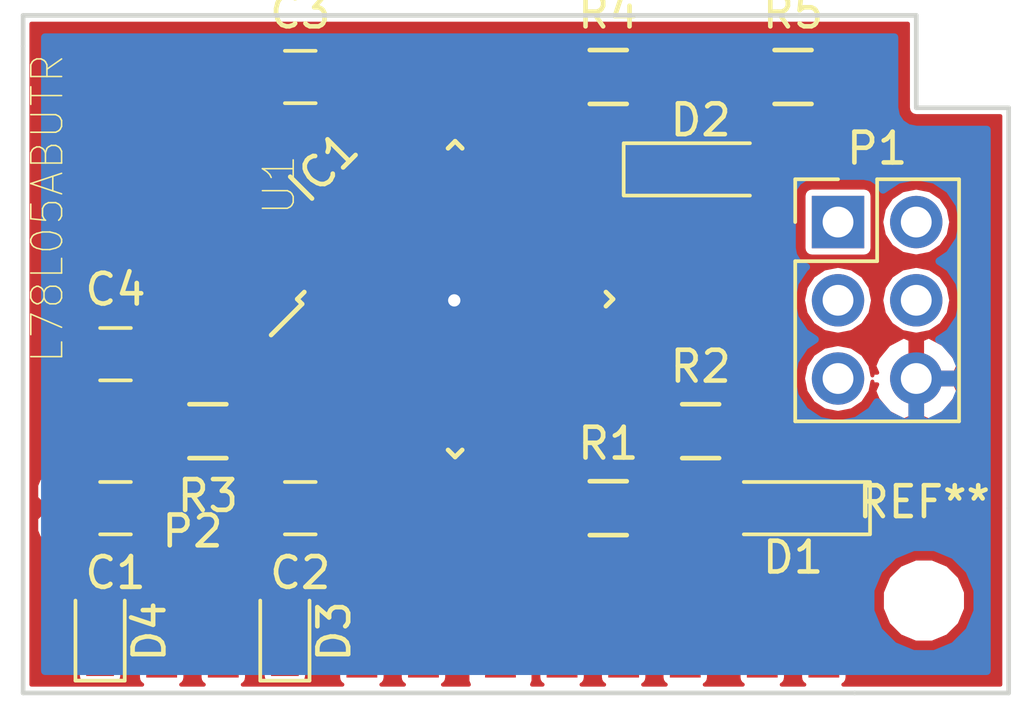
<source format=kicad_pcb>
(kicad_pcb (version 4) (host pcbnew 4.0.5)

  (general
    (links 0)
    (no_connects 44)
    (area 155.924999 106.924999 188.075001 129.075001)
    (thickness 1.6)
    (drawings 9)
    (tracks 4)
    (zones 0)
    (modules 21)
    (nets 20)
  )

  (page A4)
  (layers
    (0 F.Cu signal)
    (31 B.Cu signal hide)
    (32 B.Adhes user)
    (33 F.Adhes user)
    (34 B.Paste user)
    (35 F.Paste user)
    (36 B.SilkS user)
    (37 F.SilkS user hide)
    (38 B.Mask user)
    (39 F.Mask user)
    (40 Dwgs.User user)
    (41 Cmts.User user)
    (42 Eco1.User user)
    (43 Eco2.User user)
    (44 Edge.Cuts user)
    (45 Margin user)
    (46 B.CrtYd user)
    (47 F.CrtYd user)
    (48 B.Fab user)
    (49 F.Fab user hide)
  )

  (setup
    (last_trace_width 0.25)
    (trace_clearance 0.2)
    (zone_clearance 0.13)
    (zone_45_only no)
    (trace_min 0.2)
    (segment_width 0.2)
    (edge_width 0.15)
    (via_size 0.6)
    (via_drill 0.4)
    (via_min_size 0.4)
    (via_min_drill 0.3)
    (uvia_size 0.3)
    (uvia_drill 0.1)
    (uvias_allowed no)
    (uvia_min_size 0.2)
    (uvia_min_drill 0.1)
    (pcb_text_width 0.3)
    (pcb_text_size 1.5 1.5)
    (mod_edge_width 0.15)
    (mod_text_size 1 1)
    (mod_text_width 0.15)
    (pad_size 1.524 1.524)
    (pad_drill 0.762)
    (pad_to_mask_clearance 0.2)
    (aux_axis_origin 0 0)
    (visible_elements FFFFFF7F)
    (pcbplotparams
      (layerselection 0x00030_80000001)
      (usegerberextensions false)
      (excludeedgelayer true)
      (linewidth 0.100000)
      (plotframeref false)
      (viasonmask false)
      (mode 1)
      (useauxorigin false)
      (hpglpennumber 1)
      (hpglpenspeed 20)
      (hpglpendiameter 15)
      (hpglpenoverlay 2)
      (psnegative false)
      (psa4output false)
      (plotreference true)
      (plotvalue true)
      (plotinvisibletext false)
      (padsonsilk false)
      (subtractmaskfromsilk false)
      (outputformat 1)
      (mirror false)
      (drillshape 1)
      (scaleselection 1)
      (outputdirectory ""))
  )

  (net 0 "")
  (net 1 /5V)
  (net 2 GND)
  (net 3 "Net-(C4-Pad1)")
  (net 4 "Net-(D1-Pad2)")
  (net 5 "Net-(D2-Pad2)")
  (net 6 "Net-(D3-Pad2)")
  (net 7 "Net-(D4-Pad1)")
  (net 8 "Net-(IC1-Pad10)")
  (net 9 "Net-(IC1-Pad13)")
  (net 10 /MOSI)
  (net 11 /MISO)
  (net 12 /SCK)
  (net 13 /VSENSE)
  (net 14 /OLED_SDA)
  (net 15 /OLED_SCL)
  (net 16 /RESET)
  (net 17 /DBG_RX)
  (net 18 /DBG_TX)
  (net 19 "Net-(IC1-Pad32)")

  (net_class Default "This is the default net class."
    (clearance 0.2)
    (trace_width 0.25)
    (via_dia 0.6)
    (via_drill 0.4)
    (uvia_dia 0.3)
    (uvia_drill 0.1)
    (add_net /5V)
    (add_net /DBG_RX)
    (add_net /DBG_TX)
    (add_net /MISO)
    (add_net /MOSI)
    (add_net /OLED_SCL)
    (add_net /OLED_SDA)
    (add_net /RESET)
    (add_net /SCK)
    (add_net /VSENSE)
    (add_net GND)
    (add_net "Net-(C4-Pad1)")
    (add_net "Net-(D1-Pad2)")
    (add_net "Net-(D2-Pad2)")
    (add_net "Net-(D3-Pad2)")
    (add_net "Net-(D4-Pad1)")
    (add_net "Net-(IC1-Pad10)")
    (add_net "Net-(IC1-Pad13)")
    (add_net "Net-(IC1-Pad32)")
  )

  (module Capacitors_SMD:C_0805_HandSoldering (layer F.Cu) (tedit 541A9B8D) (tstamp 589E3E9E)
    (at 159 123 180)
    (descr "Capacitor SMD 0805, hand soldering")
    (tags "capacitor 0805")
    (path /589E4AAD)
    (attr smd)
    (fp_text reference C1 (at 0 -2.1 180) (layer F.SilkS)
      (effects (font (size 1 1) (thickness 0.15)))
    )
    (fp_text value 0.1uF (at 0 2.1 180) (layer F.Fab)
      (effects (font (size 1 1) (thickness 0.15)))
    )
    (fp_line (start -1 0.625) (end -1 -0.625) (layer F.Fab) (width 0.1))
    (fp_line (start 1 0.625) (end -1 0.625) (layer F.Fab) (width 0.1))
    (fp_line (start 1 -0.625) (end 1 0.625) (layer F.Fab) (width 0.1))
    (fp_line (start -1 -0.625) (end 1 -0.625) (layer F.Fab) (width 0.1))
    (fp_line (start -2.3 -1) (end 2.3 -1) (layer F.CrtYd) (width 0.05))
    (fp_line (start -2.3 1) (end 2.3 1) (layer F.CrtYd) (width 0.05))
    (fp_line (start -2.3 -1) (end -2.3 1) (layer F.CrtYd) (width 0.05))
    (fp_line (start 2.3 -1) (end 2.3 1) (layer F.CrtYd) (width 0.05))
    (fp_line (start 0.5 -0.85) (end -0.5 -0.85) (layer F.SilkS) (width 0.12))
    (fp_line (start -0.5 0.85) (end 0.5 0.85) (layer F.SilkS) (width 0.12))
    (pad 1 smd rect (at -1.25 0 180) (size 1.5 1.25) (layers F.Cu F.Paste F.Mask)
      (net 1 /5V))
    (pad 2 smd rect (at 1.25 0 180) (size 1.5 1.25) (layers F.Cu F.Paste F.Mask)
      (net 2 GND))
    (model Capacitors_SMD.3dshapes/C_0805_HandSoldering.wrl
      (at (xyz 0 0 0))
      (scale (xyz 1 1 1))
      (rotate (xyz 0 0 0))
    )
  )

  (module Capacitors_SMD:C_0805_HandSoldering (layer F.Cu) (tedit 541A9B8D) (tstamp 589E3EA4)
    (at 165 123 180)
    (descr "Capacitor SMD 0805, hand soldering")
    (tags "capacitor 0805")
    (path /589E495B)
    (attr smd)
    (fp_text reference C2 (at 0 -2.1 180) (layer F.SilkS)
      (effects (font (size 1 1) (thickness 0.15)))
    )
    (fp_text value 0.1uF (at 0 2.1 180) (layer F.Fab)
      (effects (font (size 1 1) (thickness 0.15)))
    )
    (fp_line (start -1 0.625) (end -1 -0.625) (layer F.Fab) (width 0.1))
    (fp_line (start 1 0.625) (end -1 0.625) (layer F.Fab) (width 0.1))
    (fp_line (start 1 -0.625) (end 1 0.625) (layer F.Fab) (width 0.1))
    (fp_line (start -1 -0.625) (end 1 -0.625) (layer F.Fab) (width 0.1))
    (fp_line (start -2.3 -1) (end 2.3 -1) (layer F.CrtYd) (width 0.05))
    (fp_line (start -2.3 1) (end 2.3 1) (layer F.CrtYd) (width 0.05))
    (fp_line (start -2.3 -1) (end -2.3 1) (layer F.CrtYd) (width 0.05))
    (fp_line (start 2.3 -1) (end 2.3 1) (layer F.CrtYd) (width 0.05))
    (fp_line (start 0.5 -0.85) (end -0.5 -0.85) (layer F.SilkS) (width 0.12))
    (fp_line (start -0.5 0.85) (end 0.5 0.85) (layer F.SilkS) (width 0.12))
    (pad 1 smd rect (at -1.25 0 180) (size 1.5 1.25) (layers F.Cu F.Paste F.Mask)
      (net 1 /5V))
    (pad 2 smd rect (at 1.25 0 180) (size 1.5 1.25) (layers F.Cu F.Paste F.Mask)
      (net 2 GND))
    (model Capacitors_SMD.3dshapes/C_0805_HandSoldering.wrl
      (at (xyz 0 0 0))
      (scale (xyz 1 1 1))
      (rotate (xyz 0 0 0))
    )
  )

  (module Capacitors_SMD:C_0805_HandSoldering (layer F.Cu) (tedit 541A9B8D) (tstamp 589E3EAA)
    (at 165 109)
    (descr "Capacitor SMD 0805, hand soldering")
    (tags "capacitor 0805")
    (path /589E33F6)
    (attr smd)
    (fp_text reference C3 (at 0 -2.1) (layer F.SilkS)
      (effects (font (size 1 1) (thickness 0.15)))
    )
    (fp_text value 0.1uF (at 0 2.1) (layer F.Fab)
      (effects (font (size 1 1) (thickness 0.15)))
    )
    (fp_line (start -1 0.625) (end -1 -0.625) (layer F.Fab) (width 0.1))
    (fp_line (start 1 0.625) (end -1 0.625) (layer F.Fab) (width 0.1))
    (fp_line (start 1 -0.625) (end 1 0.625) (layer F.Fab) (width 0.1))
    (fp_line (start -1 -0.625) (end 1 -0.625) (layer F.Fab) (width 0.1))
    (fp_line (start -2.3 -1) (end 2.3 -1) (layer F.CrtYd) (width 0.05))
    (fp_line (start -2.3 1) (end 2.3 1) (layer F.CrtYd) (width 0.05))
    (fp_line (start -2.3 -1) (end -2.3 1) (layer F.CrtYd) (width 0.05))
    (fp_line (start 2.3 -1) (end 2.3 1) (layer F.CrtYd) (width 0.05))
    (fp_line (start 0.5 -0.85) (end -0.5 -0.85) (layer F.SilkS) (width 0.12))
    (fp_line (start -0.5 0.85) (end 0.5 0.85) (layer F.SilkS) (width 0.12))
    (pad 1 smd rect (at -1.25 0) (size 1.5 1.25) (layers F.Cu F.Paste F.Mask)
      (net 1 /5V))
    (pad 2 smd rect (at 1.25 0) (size 1.5 1.25) (layers F.Cu F.Paste F.Mask)
      (net 2 GND))
    (model Capacitors_SMD.3dshapes/C_0805_HandSoldering.wrl
      (at (xyz 0 0 0))
      (scale (xyz 1 1 1))
      (rotate (xyz 0 0 0))
    )
  )

  (module Capacitors_SMD:C_0805_HandSoldering (layer F.Cu) (tedit 541A9B8D) (tstamp 589E3EB0)
    (at 159 118)
    (descr "Capacitor SMD 0805, hand soldering")
    (tags "capacitor 0805")
    (path /589E34A6)
    (attr smd)
    (fp_text reference C4 (at 0 -2.1) (layer F.SilkS)
      (effects (font (size 1 1) (thickness 0.15)))
    )
    (fp_text value 0.33uF (at 0 2.1) (layer F.Fab)
      (effects (font (size 1 1) (thickness 0.15)))
    )
    (fp_line (start -1 0.625) (end -1 -0.625) (layer F.Fab) (width 0.1))
    (fp_line (start 1 0.625) (end -1 0.625) (layer F.Fab) (width 0.1))
    (fp_line (start 1 -0.625) (end 1 0.625) (layer F.Fab) (width 0.1))
    (fp_line (start -1 -0.625) (end 1 -0.625) (layer F.Fab) (width 0.1))
    (fp_line (start -2.3 -1) (end 2.3 -1) (layer F.CrtYd) (width 0.05))
    (fp_line (start -2.3 1) (end 2.3 1) (layer F.CrtYd) (width 0.05))
    (fp_line (start -2.3 -1) (end -2.3 1) (layer F.CrtYd) (width 0.05))
    (fp_line (start 2.3 -1) (end 2.3 1) (layer F.CrtYd) (width 0.05))
    (fp_line (start 0.5 -0.85) (end -0.5 -0.85) (layer F.SilkS) (width 0.12))
    (fp_line (start -0.5 0.85) (end 0.5 0.85) (layer F.SilkS) (width 0.12))
    (pad 1 smd rect (at -1.25 0) (size 1.5 1.25) (layers F.Cu F.Paste F.Mask)
      (net 3 "Net-(C4-Pad1)"))
    (pad 2 smd rect (at 1.25 0) (size 1.5 1.25) (layers F.Cu F.Paste F.Mask)
      (net 2 GND))
    (model Capacitors_SMD.3dshapes/C_0805_HandSoldering.wrl
      (at (xyz 0 0 0))
      (scale (xyz 1 1 1))
      (rotate (xyz 0 0 0))
    )
  )

  (module LEDs:LED_1206 (layer F.Cu) (tedit 57FE943C) (tstamp 589E3EB6)
    (at 181 123 180)
    (descr "LED 1206 smd package")
    (tags "LED led 1206 SMD smd SMT smt smdled SMDLED smtled SMTLED")
    (path /589E9948)
    (attr smd)
    (fp_text reference D1 (at 0 -1.6 180) (layer F.SilkS)
      (effects (font (size 1 1) (thickness 0.15)))
    )
    (fp_text value LED (at 0 1.7 180) (layer F.Fab)
      (effects (font (size 1 1) (thickness 0.15)))
    )
    (fp_line (start -2.5 -0.85) (end -2.5 0.85) (layer F.SilkS) (width 0.12))
    (fp_line (start -0.45 -0.4) (end -0.45 0.4) (layer F.Fab) (width 0.1))
    (fp_line (start -0.4 0) (end 0.2 -0.4) (layer F.Fab) (width 0.1))
    (fp_line (start 0.2 0.4) (end -0.4 0) (layer F.Fab) (width 0.1))
    (fp_line (start 0.2 -0.4) (end 0.2 0.4) (layer F.Fab) (width 0.1))
    (fp_line (start 1.6 0.8) (end -1.6 0.8) (layer F.Fab) (width 0.1))
    (fp_line (start 1.6 -0.8) (end 1.6 0.8) (layer F.Fab) (width 0.1))
    (fp_line (start -1.6 -0.8) (end 1.6 -0.8) (layer F.Fab) (width 0.1))
    (fp_line (start -1.6 0.8) (end -1.6 -0.8) (layer F.Fab) (width 0.1))
    (fp_line (start -2.45 0.85) (end 1.6 0.85) (layer F.SilkS) (width 0.12))
    (fp_line (start -2.45 -0.85) (end 1.6 -0.85) (layer F.SilkS) (width 0.12))
    (fp_line (start 2.65 -1) (end 2.65 1) (layer F.CrtYd) (width 0.05))
    (fp_line (start 2.65 1) (end -2.65 1) (layer F.CrtYd) (width 0.05))
    (fp_line (start -2.65 1) (end -2.65 -1) (layer F.CrtYd) (width 0.05))
    (fp_line (start -2.65 -1) (end 2.65 -1) (layer F.CrtYd) (width 0.05))
    (pad 2 smd rect (at 1.65 0) (size 1.5 1.5) (layers F.Cu F.Paste F.Mask)
      (net 4 "Net-(D1-Pad2)"))
    (pad 1 smd rect (at -1.65 0) (size 1.5 1.5) (layers F.Cu F.Paste F.Mask)
      (net 2 GND))
    (model LEDs.3dshapes/LED_1206.wrl
      (at (xyz 0 0 0))
      (scale (xyz 1 1 1))
      (rotate (xyz 0 0 180))
    )
  )

  (module LEDs:LED_1206 (layer F.Cu) (tedit 57FE943C) (tstamp 589E3EBC)
    (at 178 112)
    (descr "LED 1206 smd package")
    (tags "LED led 1206 SMD smd SMT smt smdled SMDLED smtled SMTLED")
    (path /589EB6DE)
    (attr smd)
    (fp_text reference D2 (at 0 -1.6) (layer F.SilkS)
      (effects (font (size 1 1) (thickness 0.15)))
    )
    (fp_text value LED (at 0 1.7) (layer F.Fab)
      (effects (font (size 1 1) (thickness 0.15)))
    )
    (fp_line (start -2.5 -0.85) (end -2.5 0.85) (layer F.SilkS) (width 0.12))
    (fp_line (start -0.45 -0.4) (end -0.45 0.4) (layer F.Fab) (width 0.1))
    (fp_line (start -0.4 0) (end 0.2 -0.4) (layer F.Fab) (width 0.1))
    (fp_line (start 0.2 0.4) (end -0.4 0) (layer F.Fab) (width 0.1))
    (fp_line (start 0.2 -0.4) (end 0.2 0.4) (layer F.Fab) (width 0.1))
    (fp_line (start 1.6 0.8) (end -1.6 0.8) (layer F.Fab) (width 0.1))
    (fp_line (start 1.6 -0.8) (end 1.6 0.8) (layer F.Fab) (width 0.1))
    (fp_line (start -1.6 -0.8) (end 1.6 -0.8) (layer F.Fab) (width 0.1))
    (fp_line (start -1.6 0.8) (end -1.6 -0.8) (layer F.Fab) (width 0.1))
    (fp_line (start -2.45 0.85) (end 1.6 0.85) (layer F.SilkS) (width 0.12))
    (fp_line (start -2.45 -0.85) (end 1.6 -0.85) (layer F.SilkS) (width 0.12))
    (fp_line (start 2.65 -1) (end 2.65 1) (layer F.CrtYd) (width 0.05))
    (fp_line (start 2.65 1) (end -2.65 1) (layer F.CrtYd) (width 0.05))
    (fp_line (start -2.65 1) (end -2.65 -1) (layer F.CrtYd) (width 0.05))
    (fp_line (start -2.65 -1) (end 2.65 -1) (layer F.CrtYd) (width 0.05))
    (pad 2 smd rect (at 1.65 0 180) (size 1.5 1.5) (layers F.Cu F.Paste F.Mask)
      (net 5 "Net-(D2-Pad2)"))
    (pad 1 smd rect (at -1.65 0 180) (size 1.5 1.5) (layers F.Cu F.Paste F.Mask)
      (net 2 GND))
    (model LEDs.3dshapes/LED_1206.wrl
      (at (xyz 0 0 0))
      (scale (xyz 1 1 1))
      (rotate (xyz 0 0 180))
    )
  )

  (module Diodes_SMD:D_0805 (layer F.Cu) (tedit 586A4032) (tstamp 589E3EC2)
    (at 164.5 127 90)
    (descr "Diode SMD in 0805 package")
    (tags "smd diode")
    (path /589E5CE6)
    (attr smd)
    (fp_text reference D3 (at 0 1.6 90) (layer F.SilkS)
      (effects (font (size 1 1) (thickness 0.15)))
    )
    (fp_text value D (at 0 -1.6 90) (layer F.Fab)
      (effects (font (size 1 1) (thickness 0.15)))
    )
    (fp_line (start -1.6 -0.8) (end -1.6 0.8) (layer F.SilkS) (width 0.12))
    (fp_line (start -1.7 0.88) (end -1.7 -0.88) (layer F.CrtYd) (width 0.05))
    (fp_line (start 1.7 0.88) (end -1.7 0.88) (layer F.CrtYd) (width 0.05))
    (fp_line (start 1.7 -0.88) (end 1.7 0.88) (layer F.CrtYd) (width 0.05))
    (fp_line (start -1.7 -0.88) (end 1.7 -0.88) (layer F.CrtYd) (width 0.05))
    (fp_line (start 0.2 0) (end 0.4 0) (layer F.Fab) (width 0.1))
    (fp_line (start -0.1 0) (end -0.3 0) (layer F.Fab) (width 0.1))
    (fp_line (start -0.1 -0.2) (end -0.1 0.2) (layer F.Fab) (width 0.1))
    (fp_line (start 0.2 0.2) (end 0.2 -0.2) (layer F.Fab) (width 0.1))
    (fp_line (start -0.1 0) (end 0.2 0.2) (layer F.Fab) (width 0.1))
    (fp_line (start 0.2 -0.2) (end -0.1 0) (layer F.Fab) (width 0.1))
    (fp_line (start -1 0.625) (end -1 -0.625) (layer F.Fab) (width 0.1))
    (fp_line (start 1 0.625) (end -1 0.625) (layer F.Fab) (width 0.1))
    (fp_line (start 1 -0.625) (end 1 0.625) (layer F.Fab) (width 0.1))
    (fp_line (start -1 -0.625) (end 1 -0.625) (layer F.Fab) (width 0.1))
    (fp_line (start -1.6 0.8) (end 1 0.8) (layer F.SilkS) (width 0.12))
    (fp_line (start -1.6 -0.8) (end 1 -0.8) (layer F.SilkS) (width 0.12))
    (pad 1 smd rect (at -1.05 0 90) (size 0.8 0.9) (layers F.Cu F.Paste F.Mask)
      (net 3 "Net-(C4-Pad1)"))
    (pad 2 smd rect (at 1.05 0 90) (size 0.8 0.9) (layers F.Cu F.Paste F.Mask)
      (net 6 "Net-(D3-Pad2)"))
  )

  (module Diodes_SMD:D_0805 (layer F.Cu) (tedit 586A4032) (tstamp 589E3EC8)
    (at 158.5 127 90)
    (descr "Diode SMD in 0805 package")
    (tags "smd diode")
    (path /589E60BD)
    (attr smd)
    (fp_text reference D4 (at 0 1.6 90) (layer F.SilkS)
      (effects (font (size 1 1) (thickness 0.15)))
    )
    (fp_text value D (at 0 -1.6 90) (layer F.Fab)
      (effects (font (size 1 1) (thickness 0.15)))
    )
    (fp_line (start -1.6 -0.8) (end -1.6 0.8) (layer F.SilkS) (width 0.12))
    (fp_line (start -1.7 0.88) (end -1.7 -0.88) (layer F.CrtYd) (width 0.05))
    (fp_line (start 1.7 0.88) (end -1.7 0.88) (layer F.CrtYd) (width 0.05))
    (fp_line (start 1.7 -0.88) (end 1.7 0.88) (layer F.CrtYd) (width 0.05))
    (fp_line (start -1.7 -0.88) (end 1.7 -0.88) (layer F.CrtYd) (width 0.05))
    (fp_line (start 0.2 0) (end 0.4 0) (layer F.Fab) (width 0.1))
    (fp_line (start -0.1 0) (end -0.3 0) (layer F.Fab) (width 0.1))
    (fp_line (start -0.1 -0.2) (end -0.1 0.2) (layer F.Fab) (width 0.1))
    (fp_line (start 0.2 0.2) (end 0.2 -0.2) (layer F.Fab) (width 0.1))
    (fp_line (start -0.1 0) (end 0.2 0.2) (layer F.Fab) (width 0.1))
    (fp_line (start 0.2 -0.2) (end -0.1 0) (layer F.Fab) (width 0.1))
    (fp_line (start -1 0.625) (end -1 -0.625) (layer F.Fab) (width 0.1))
    (fp_line (start 1 0.625) (end -1 0.625) (layer F.Fab) (width 0.1))
    (fp_line (start 1 -0.625) (end 1 0.625) (layer F.Fab) (width 0.1))
    (fp_line (start -1 -0.625) (end 1 -0.625) (layer F.Fab) (width 0.1))
    (fp_line (start -1.6 0.8) (end 1 0.8) (layer F.SilkS) (width 0.12))
    (fp_line (start -1.6 -0.8) (end 1 -0.8) (layer F.SilkS) (width 0.12))
    (pad 1 smd rect (at -1.05 0 90) (size 0.8 0.9) (layers F.Cu F.Paste F.Mask)
      (net 7 "Net-(D4-Pad1)"))
    (pad 2 smd rect (at 1.05 0 90) (size 0.8 0.9) (layers F.Cu F.Paste F.Mask)
      (net 2 GND))
  )

  (module Housings_QFP:TQFP-32_7x7mm_Pitch0.8mm (layer F.Cu) (tedit 589E462E) (tstamp 589E3EEC)
    (at 170.027639 116.211953 45)
    (descr "32-Lead Plastic Thin Quad Flatpack (PT) - 7x7x1.0 mm Body, 2.00 mm [TQFP] (see Microchip Packaging Specification 00000049BS.pdf)")
    (tags "QFP 0.8")
    (path /589E2F74)
    (attr smd)
    (fp_text reference IC1 (at 0 -6.05 45) (layer F.SilkS)
      (effects (font (size 1 1) (thickness 0.15)))
    )
    (fp_text value ATMEGA328P-A (at 0 6.05 45) (layer F.Fab) hide
      (effects (font (size 1 1) (thickness 0.15)))
    )
    (fp_text user %R (at 0 0 45) (layer F.Fab)
      (effects (font (size 1 1) (thickness 0.15)))
    )
    (fp_line (start -2.5 -3.5) (end 3.5 -3.5) (layer F.Fab) (width 0.15))
    (fp_line (start 3.5 -3.5) (end 3.5 3.5) (layer F.Fab) (width 0.15))
    (fp_line (start 3.5 3.5) (end -3.5 3.5) (layer F.Fab) (width 0.15))
    (fp_line (start -3.5 3.5) (end -3.5 -2.5) (layer F.Fab) (width 0.15))
    (fp_line (start -3.5 -2.5) (end -2.5 -3.5) (layer F.Fab) (width 0.15))
    (fp_line (start -5.3 -5.3) (end -5.3 5.3) (layer F.CrtYd) (width 0.05))
    (fp_line (start 5.3 -5.3) (end 5.3 5.3) (layer F.CrtYd) (width 0.05))
    (fp_line (start -5.3 -5.3) (end 5.3 -5.3) (layer F.CrtYd) (width 0.05))
    (fp_line (start -5.3 5.3) (end 5.3 5.3) (layer F.CrtYd) (width 0.05))
    (fp_line (start -3.625 -3.625) (end -3.625 -3.4) (layer F.SilkS) (width 0.15))
    (fp_line (start 3.625 -3.625) (end 3.625 -3.3) (layer F.SilkS) (width 0.15))
    (fp_line (start 3.625 3.625) (end 3.625 3.3) (layer F.SilkS) (width 0.15))
    (fp_line (start -3.625 3.625) (end -3.625 3.3) (layer F.SilkS) (width 0.15))
    (fp_line (start -3.625 -3.625) (end -3.3 -3.625) (layer F.SilkS) (width 0.15))
    (fp_line (start -3.625 3.625) (end -3.3 3.625) (layer F.SilkS) (width 0.15))
    (fp_line (start 3.625 3.625) (end 3.3 3.625) (layer F.SilkS) (width 0.15))
    (fp_line (start 3.625 -3.625) (end 3.3 -3.625) (layer F.SilkS) (width 0.15))
    (fp_line (start -3.625 -3.4) (end -5.05 -3.4) (layer F.SilkS) (width 0.15))
    (pad 1 smd rect (at -4.25 -2.8 45) (size 1.6 0.55) (layers F.Cu F.Paste F.Mask))
    (pad 2 smd rect (at -4.25 -2 45) (size 1.6 0.55) (layers F.Cu F.Paste F.Mask))
    (pad 3 smd rect (at -4.25 -1.2 45) (size 1.6 0.55) (layers F.Cu F.Paste F.Mask)
      (net 2 GND))
    (pad 4 smd rect (at -4.25 -0.4 45) (size 1.6 0.55) (layers F.Cu F.Paste F.Mask)
      (net 1 /5V))
    (pad 5 smd rect (at -4.25 0.4 45) (size 1.6 0.55) (layers F.Cu F.Paste F.Mask)
      (net 2 GND))
    (pad 6 smd rect (at -4.25 1.2 45) (size 1.6 0.55) (layers F.Cu F.Paste F.Mask)
      (net 1 /5V))
    (pad 7 smd rect (at -4.25 2 45) (size 1.6 0.55) (layers F.Cu F.Paste F.Mask))
    (pad 8 smd rect (at -4.25 2.8 45) (size 1.6 0.55) (layers F.Cu F.Paste F.Mask))
    (pad 9 smd rect (at -2.8 4.25 135) (size 1.6 0.55) (layers F.Cu F.Paste F.Mask))
    (pad 10 smd rect (at -2 4.25 135) (size 1.6 0.55) (layers F.Cu F.Paste F.Mask)
      (net 8 "Net-(IC1-Pad10)"))
    (pad 11 smd rect (at -1.2 4.25 135) (size 1.6 0.55) (layers F.Cu F.Paste F.Mask))
    (pad 12 smd rect (at -0.4 4.25 135) (size 1.6 0.55) (layers F.Cu F.Paste F.Mask))
    (pad 13 smd rect (at 0.4 4.25 135) (size 1.6 0.55) (layers F.Cu F.Paste F.Mask)
      (net 9 "Net-(IC1-Pad13)"))
    (pad 14 smd rect (at 1.2 4.25 135) (size 1.6 0.55) (layers F.Cu F.Paste F.Mask))
    (pad 15 smd rect (at 2 4.25 135) (size 1.6 0.55) (layers F.Cu F.Paste F.Mask)
      (net 10 /MOSI))
    (pad 16 smd rect (at 2.8 4.25 135) (size 1.6 0.55) (layers F.Cu F.Paste F.Mask)
      (net 11 /MISO))
    (pad 17 smd rect (at 4.25 2.8 45) (size 1.6 0.55) (layers F.Cu F.Paste F.Mask)
      (net 12 /SCK))
    (pad 18 smd rect (at 4.25 2 45) (size 1.6 0.55) (layers F.Cu F.Paste F.Mask)
      (net 1 /5V))
    (pad 19 smd rect (at 4.25 1.2 45) (size 1.6 0.55) (layers F.Cu F.Paste F.Mask))
    (pad 20 smd rect (at 4.25 0.4 45) (size 1.6 0.55) (layers F.Cu F.Paste F.Mask))
    (pad 21 smd rect (at 4.25 -0.4 45) (size 1.6 0.55) (layers F.Cu F.Paste F.Mask)
      (net 2 GND))
    (pad 22 smd rect (at 4.25 -1.2 45) (size 1.6 0.55) (layers F.Cu F.Paste F.Mask))
    (pad 23 smd rect (at 4.25 -2 45) (size 1.6 0.55) (layers F.Cu F.Paste F.Mask)
      (net 13 /VSENSE))
    (pad 24 smd rect (at 4.25 -2.8 45) (size 1.6 0.55) (layers F.Cu F.Paste F.Mask))
    (pad 25 smd rect (at 2.8 -4.25 135) (size 1.6 0.55) (layers F.Cu F.Paste F.Mask))
    (pad 26 smd rect (at 2 -4.25 135) (size 1.6 0.55) (layers F.Cu F.Paste F.Mask))
    (pad 27 smd rect (at 1.2 -4.25 135) (size 1.6 0.55) (layers F.Cu F.Paste F.Mask)
      (net 14 /OLED_SDA))
    (pad 28 smd rect (at 0.4 -4.25 135) (size 1.6 0.55) (layers F.Cu F.Paste F.Mask)
      (net 15 /OLED_SCL))
    (pad 29 smd rect (at -0.4 -4.25 135) (size 1.6 0.55) (layers F.Cu F.Paste F.Mask)
      (net 16 /RESET))
    (pad 30 smd rect (at -1.2 -4.25 135) (size 1.6 0.55) (layers F.Cu F.Paste F.Mask)
      (net 17 /DBG_RX))
    (pad 31 smd rect (at -2 -4.25 135) (size 1.6 0.55) (layers F.Cu F.Paste F.Mask)
      (net 18 /DBG_TX))
    (pad 32 smd rect (at -2.8 -4.25 135) (size 1.6 0.55) (layers F.Cu F.Paste F.Mask)
      (net 19 "Net-(IC1-Pad32)"))
    (model Housings_QFP.3dshapes/TQFP-32_7x7mm_Pitch0.8mm.wrl
      (at (xyz 0 0 0))
      (scale (xyz 1 1 1))
      (rotate (xyz 0 0 0))
    )
  )

  (module Pin_Headers:Pin_Header_Straight_2x03_Pitch2.54mm (layer F.Cu) (tedit 5862ED53) (tstamp 589E3EF6)
    (at 182.46 113.71)
    (descr "Through hole straight pin header, 2x03, 2.54mm pitch, double rows")
    (tags "Through hole pin header THT 2x03 2.54mm double row")
    (path /589EF013)
    (fp_text reference P1 (at 1.27 -2.39) (layer F.SilkS)
      (effects (font (size 1 1) (thickness 0.15)))
    )
    (fp_text value PROG (at 1.27 7.47) (layer F.Fab)
      (effects (font (size 1 1) (thickness 0.15)))
    )
    (fp_line (start -1.27 -1.27) (end -1.27 6.35) (layer F.Fab) (width 0.1))
    (fp_line (start -1.27 6.35) (end 3.81 6.35) (layer F.Fab) (width 0.1))
    (fp_line (start 3.81 6.35) (end 3.81 -1.27) (layer F.Fab) (width 0.1))
    (fp_line (start 3.81 -1.27) (end -1.27 -1.27) (layer F.Fab) (width 0.1))
    (fp_line (start -1.39 1.27) (end -1.39 6.47) (layer F.SilkS) (width 0.12))
    (fp_line (start -1.39 6.47) (end 3.93 6.47) (layer F.SilkS) (width 0.12))
    (fp_line (start 3.93 6.47) (end 3.93 -1.39) (layer F.SilkS) (width 0.12))
    (fp_line (start 3.93 -1.39) (end 1.27 -1.39) (layer F.SilkS) (width 0.12))
    (fp_line (start 1.27 -1.39) (end 1.27 1.27) (layer F.SilkS) (width 0.12))
    (fp_line (start 1.27 1.27) (end -1.39 1.27) (layer F.SilkS) (width 0.12))
    (fp_line (start -1.39 0) (end -1.39 -1.39) (layer F.SilkS) (width 0.12))
    (fp_line (start -1.39 -1.39) (end 0 -1.39) (layer F.SilkS) (width 0.12))
    (fp_line (start -1.6 -1.6) (end -1.6 6.6) (layer F.CrtYd) (width 0.05))
    (fp_line (start -1.6 6.6) (end 4.1 6.6) (layer F.CrtYd) (width 0.05))
    (fp_line (start 4.1 6.6) (end 4.1 -1.6) (layer F.CrtYd) (width 0.05))
    (fp_line (start 4.1 -1.6) (end -1.6 -1.6) (layer F.CrtYd) (width 0.05))
    (pad 1 thru_hole rect (at 0 0) (size 1.7 1.7) (drill 1) (layers *.Cu *.Mask)
      (net 11 /MISO))
    (pad 2 thru_hole oval (at 2.54 0) (size 1.7 1.7) (drill 1) (layers *.Cu *.Mask)
      (net 1 /5V))
    (pad 3 thru_hole oval (at 0 2.54) (size 1.7 1.7) (drill 1) (layers *.Cu *.Mask)
      (net 12 /SCK))
    (pad 4 thru_hole oval (at 2.54 2.54) (size 1.7 1.7) (drill 1) (layers *.Cu *.Mask)
      (net 10 /MOSI))
    (pad 5 thru_hole oval (at 0 5.08) (size 1.7 1.7) (drill 1) (layers *.Cu *.Mask)
      (net 16 /RESET))
    (pad 6 thru_hole oval (at 2.54 5.08) (size 1.7 1.7) (drill 1) (layers *.Cu *.Mask)
      (net 2 GND))
    (model Pin_Headers.3dshapes/Pin_Header_Straight_2x03_Pitch2.54mm.wrl
      (at (xyz 0.05 -0.1 0))
      (scale (xyz 1 1 1))
      (rotate (xyz 0 0 90))
    )
  )

  (module Resistors_SMD:R_0805_HandSoldering (layer F.Cu) (tedit 58307B90) (tstamp 589E3F10)
    (at 175 123)
    (descr "Resistor SMD 0805, hand soldering")
    (tags "resistor 0805")
    (path /589E9F88)
    (attr smd)
    (fp_text reference R1 (at 0 -2.1) (layer F.SilkS)
      (effects (font (size 1 1) (thickness 0.15)))
    )
    (fp_text value R (at 0 2.1) (layer F.Fab)
      (effects (font (size 1 1) (thickness 0.15)))
    )
    (fp_line (start -1 0.625) (end -1 -0.625) (layer F.Fab) (width 0.1))
    (fp_line (start 1 0.625) (end -1 0.625) (layer F.Fab) (width 0.1))
    (fp_line (start 1 -0.625) (end 1 0.625) (layer F.Fab) (width 0.1))
    (fp_line (start -1 -0.625) (end 1 -0.625) (layer F.Fab) (width 0.1))
    (fp_line (start -2.4 -1) (end 2.4 -1) (layer F.CrtYd) (width 0.05))
    (fp_line (start -2.4 1) (end 2.4 1) (layer F.CrtYd) (width 0.05))
    (fp_line (start -2.4 -1) (end -2.4 1) (layer F.CrtYd) (width 0.05))
    (fp_line (start 2.4 -1) (end 2.4 1) (layer F.CrtYd) (width 0.05))
    (fp_line (start 0.6 0.875) (end -0.6 0.875) (layer F.SilkS) (width 0.15))
    (fp_line (start -0.6 -0.875) (end 0.6 -0.875) (layer F.SilkS) (width 0.15))
    (pad 1 smd rect (at -1.35 0) (size 1.5 1.3) (layers F.Cu F.Paste F.Mask)
      (net 9 "Net-(IC1-Pad13)"))
    (pad 2 smd rect (at 1.35 0) (size 1.5 1.3) (layers F.Cu F.Paste F.Mask)
      (net 4 "Net-(D1-Pad2)"))
    (model Resistors_SMD.3dshapes/R_0805_HandSoldering.wrl
      (at (xyz 0 0 0))
      (scale (xyz 1 1 1))
      (rotate (xyz 0 0 0))
    )
  )

  (module Resistors_SMD:R_0805_HandSoldering (layer F.Cu) (tedit 58307B90) (tstamp 589E3F16)
    (at 178 120.5)
    (descr "Resistor SMD 0805, hand soldering")
    (tags "resistor 0805")
    (path /589EB6E4)
    (attr smd)
    (fp_text reference R2 (at 0 -2.1) (layer F.SilkS)
      (effects (font (size 1 1) (thickness 0.15)))
    )
    (fp_text value R (at 0 2.1) (layer F.Fab)
      (effects (font (size 1 1) (thickness 0.15)))
    )
    (fp_line (start -1 0.625) (end -1 -0.625) (layer F.Fab) (width 0.1))
    (fp_line (start 1 0.625) (end -1 0.625) (layer F.Fab) (width 0.1))
    (fp_line (start 1 -0.625) (end 1 0.625) (layer F.Fab) (width 0.1))
    (fp_line (start -1 -0.625) (end 1 -0.625) (layer F.Fab) (width 0.1))
    (fp_line (start -2.4 -1) (end 2.4 -1) (layer F.CrtYd) (width 0.05))
    (fp_line (start -2.4 1) (end 2.4 1) (layer F.CrtYd) (width 0.05))
    (fp_line (start -2.4 -1) (end -2.4 1) (layer F.CrtYd) (width 0.05))
    (fp_line (start 2.4 -1) (end 2.4 1) (layer F.CrtYd) (width 0.05))
    (fp_line (start 0.6 0.875) (end -0.6 0.875) (layer F.SilkS) (width 0.15))
    (fp_line (start -0.6 -0.875) (end 0.6 -0.875) (layer F.SilkS) (width 0.15))
    (pad 1 smd rect (at -1.35 0) (size 1.5 1.3) (layers F.Cu F.Paste F.Mask)
      (net 8 "Net-(IC1-Pad10)"))
    (pad 2 smd rect (at 1.35 0) (size 1.5 1.3) (layers F.Cu F.Paste F.Mask)
      (net 5 "Net-(D2-Pad2)"))
    (model Resistors_SMD.3dshapes/R_0805_HandSoldering.wrl
      (at (xyz 0 0 0))
      (scale (xyz 1 1 1))
      (rotate (xyz 0 0 0))
    )
  )

  (module Resistors_SMD:R_0805_HandSoldering (layer F.Cu) (tedit 58307B90) (tstamp 589E3F1C)
    (at 162 120.5 180)
    (descr "Resistor SMD 0805, hand soldering")
    (tags "resistor 0805")
    (path /589E7EAB)
    (attr smd)
    (fp_text reference R3 (at 0 -2.1 180) (layer F.SilkS)
      (effects (font (size 1 1) (thickness 0.15)))
    )
    (fp_text value R (at 0 2.1 180) (layer F.Fab)
      (effects (font (size 1 1) (thickness 0.15)))
    )
    (fp_line (start -1 0.625) (end -1 -0.625) (layer F.Fab) (width 0.1))
    (fp_line (start 1 0.625) (end -1 0.625) (layer F.Fab) (width 0.1))
    (fp_line (start 1 -0.625) (end 1 0.625) (layer F.Fab) (width 0.1))
    (fp_line (start -1 -0.625) (end 1 -0.625) (layer F.Fab) (width 0.1))
    (fp_line (start -2.4 -1) (end 2.4 -1) (layer F.CrtYd) (width 0.05))
    (fp_line (start -2.4 1) (end 2.4 1) (layer F.CrtYd) (width 0.05))
    (fp_line (start -2.4 -1) (end -2.4 1) (layer F.CrtYd) (width 0.05))
    (fp_line (start 2.4 -1) (end 2.4 1) (layer F.CrtYd) (width 0.05))
    (fp_line (start 0.6 0.875) (end -0.6 0.875) (layer F.SilkS) (width 0.15))
    (fp_line (start -0.6 -0.875) (end 0.6 -0.875) (layer F.SilkS) (width 0.15))
    (pad 1 smd rect (at -1.35 0 180) (size 1.5 1.3) (layers F.Cu F.Paste F.Mask)
      (net 19 "Net-(IC1-Pad32)"))
    (pad 2 smd rect (at 1.35 0 180) (size 1.5 1.3) (layers F.Cu F.Paste F.Mask)
      (net 2 GND))
    (model Resistors_SMD.3dshapes/R_0805_HandSoldering.wrl
      (at (xyz 0 0 0))
      (scale (xyz 1 1 1))
      (rotate (xyz 0 0 0))
    )
  )

  (module Resistors_SMD:R_0805_HandSoldering (layer F.Cu) (tedit 58307B90) (tstamp 589E3F22)
    (at 175 109)
    (descr "Resistor SMD 0805, hand soldering")
    (tags "resistor 0805")
    (path /589E81EF)
    (attr smd)
    (fp_text reference R4 (at 0 -2.1) (layer F.SilkS)
      (effects (font (size 1 1) (thickness 0.15)))
    )
    (fp_text value R (at 0 2.1) (layer F.Fab)
      (effects (font (size 1 1) (thickness 0.15)))
    )
    (fp_line (start -1 0.625) (end -1 -0.625) (layer F.Fab) (width 0.1))
    (fp_line (start 1 0.625) (end -1 0.625) (layer F.Fab) (width 0.1))
    (fp_line (start 1 -0.625) (end 1 0.625) (layer F.Fab) (width 0.1))
    (fp_line (start -1 -0.625) (end 1 -0.625) (layer F.Fab) (width 0.1))
    (fp_line (start -2.4 -1) (end 2.4 -1) (layer F.CrtYd) (width 0.05))
    (fp_line (start -2.4 1) (end 2.4 1) (layer F.CrtYd) (width 0.05))
    (fp_line (start -2.4 -1) (end -2.4 1) (layer F.CrtYd) (width 0.05))
    (fp_line (start 2.4 -1) (end 2.4 1) (layer F.CrtYd) (width 0.05))
    (fp_line (start 0.6 0.875) (end -0.6 0.875) (layer F.SilkS) (width 0.15))
    (fp_line (start -0.6 -0.875) (end 0.6 -0.875) (layer F.SilkS) (width 0.15))
    (pad 1 smd rect (at -1.35 0) (size 1.5 1.3) (layers F.Cu F.Paste F.Mask)
      (net 3 "Net-(C4-Pad1)"))
    (pad 2 smd rect (at 1.35 0) (size 1.5 1.3) (layers F.Cu F.Paste F.Mask)
      (net 13 /VSENSE))
    (model Resistors_SMD.3dshapes/R_0805_HandSoldering.wrl
      (at (xyz 0 0 0))
      (scale (xyz 1 1 1))
      (rotate (xyz 0 0 0))
    )
  )

  (module Resistors_SMD:R_0805_HandSoldering (layer F.Cu) (tedit 58307B90) (tstamp 589E3F28)
    (at 181 109)
    (descr "Resistor SMD 0805, hand soldering")
    (tags "resistor 0805")
    (path /589E8912)
    (attr smd)
    (fp_text reference R5 (at 0 -2.1) (layer F.SilkS)
      (effects (font (size 1 1) (thickness 0.15)))
    )
    (fp_text value R (at 0 2.1) (layer F.Fab)
      (effects (font (size 1 1) (thickness 0.15)))
    )
    (fp_line (start -1 0.625) (end -1 -0.625) (layer F.Fab) (width 0.1))
    (fp_line (start 1 0.625) (end -1 0.625) (layer F.Fab) (width 0.1))
    (fp_line (start 1 -0.625) (end 1 0.625) (layer F.Fab) (width 0.1))
    (fp_line (start -1 -0.625) (end 1 -0.625) (layer F.Fab) (width 0.1))
    (fp_line (start -2.4 -1) (end 2.4 -1) (layer F.CrtYd) (width 0.05))
    (fp_line (start -2.4 1) (end 2.4 1) (layer F.CrtYd) (width 0.05))
    (fp_line (start -2.4 -1) (end -2.4 1) (layer F.CrtYd) (width 0.05))
    (fp_line (start 2.4 -1) (end 2.4 1) (layer F.CrtYd) (width 0.05))
    (fp_line (start 0.6 0.875) (end -0.6 0.875) (layer F.SilkS) (width 0.15))
    (fp_line (start -0.6 -0.875) (end 0.6 -0.875) (layer F.SilkS) (width 0.15))
    (pad 1 smd rect (at -1.35 0) (size 1.5 1.3) (layers F.Cu F.Paste F.Mask)
      (net 13 /VSENSE))
    (pad 2 smd rect (at 1.35 0) (size 1.5 1.3) (layers F.Cu F.Paste F.Mask)
      (net 2 GND))
    (model Resistors_SMD.3dshapes/R_0805_HandSoldering.wrl
      (at (xyz 0 0 0))
      (scale (xyz 1 1 1))
      (rotate (xyz 0 0 0))
    )
  )

  (module SOT-89:SOT-89 (layer F.Cu) (tedit 0) (tstamp 589E3F4B)
    (at 160.5 112.5 270)
    (path /589E3204)
    (solder_mask_margin 0.1)
    (attr smd)
    (fp_text reference U1 (at 0 -3.81 270) (layer F.SilkS)
      (effects (font (size 1 1) (thickness 0.05)))
    )
    (fp_text value L78L05ABUTR (at 0.7699 3.7099 270) (layer F.SilkS)
      (effects (font (size 1 1) (thickness 0.05)))
    )
    (fp_line (start 2.235 1.245) (end -2.235 1.245) (layer Dwgs.User) (width 0.127))
    (fp_line (start 2.235 -1.219) (end 2.235 1.245) (layer Dwgs.User) (width 0.127))
    (fp_line (start -2.235 1.245) (end -2.235 -1.219) (layer Dwgs.User) (width 0.127))
    (fp_line (start -2.235 -1.219) (end 2.235 -1.219) (layer Dwgs.User) (width 0.127))
    (fp_line (start -0.7874 -1.5748) (end -0.3556 -2.0066) (layer Dwgs.User) (width 0.1998))
    (fp_line (start -0.3556 -2.0066) (end 0.3556 -2.0066) (layer Dwgs.User) (width 0.1998))
    (fp_line (start 0.3556 -2.0066) (end 0.7874 -1.5748) (layer Dwgs.User) (width 0.1998))
    (fp_line (start 0.7874 -1.5748) (end 0.7874 -1.2954) (layer Dwgs.User) (width 0.1998))
    (fp_line (start 0.7874 -1.2954) (end -0.7874 -1.2954) (layer Dwgs.User) (width 0.1998))
    (fp_line (start -0.7874 -1.2954) (end -0.7874 -1.5748) (layer Dwgs.User) (width 0.1998))
    (fp_poly (pts (xy -1.7272 1.27) (xy -1.27 1.27) (xy -1.27 2.1082) (xy -1.7272 2.1082)) (layer Dwgs.User) (width 0.381))
    (fp_poly (pts (xy 1.27 1.27) (xy 1.7272 1.27) (xy 1.7272 2.1082) (xy 1.27 2.1082)) (layer Dwgs.User) (width 0.381))
    (fp_poly (pts (xy -0.2794 1.27) (xy 0.2794 1.27) (xy 0.2794 2.1082) (xy -0.2794 2.1082)) (layer Dwgs.User) (width 0.381))
    (fp_poly (pts (xy -0.4 1.28) (xy 0.4 1.28) (xy 0.4 2.68) (xy -0.4 2.68)) (layer F.Paste) (width 0.381))
    (fp_poly (pts (xy -2.025 1.2) (xy -0.975 1.2) (xy -0.975 2.775) (xy -2.025 2.775)) (layer F.Mask) (width 0.381))
    (fp_poly (pts (xy 0.975 1.2) (xy 2.025 1.2) (xy 2.025 2.775) (xy 0.975 2.775)) (layer F.Mask) (width 0.381))
    (fp_poly (pts (xy -0.525 1.2) (xy 0.525 1.2) (xy 0.525 2.775) (xy -0.525 2.775)) (layer F.Mask) (width 0.381))
    (fp_poly (pts (xy 1.1 1.28) (xy 1.9 1.28) (xy 1.9 2.68) (xy 1.1 2.68)) (layer F.Paste) (width 0.381))
    (fp_poly (pts (xy -1.9 1.28) (xy -1.1 1.28) (xy -1.1 2.68) (xy -1.9 2.68)) (layer F.Paste) (width 0.381))
    (fp_poly (pts (xy -0.7874 -1.3208) (xy -0.7874 -1.5748) (xy -0.3556 -2.0066) (xy 0.3048 -2.0066)
      (xy 0.3556 -2.0066) (xy 0.7874 -1.5748) (xy 0.7874 -1.2954) (xy -0.7874 -1.2954)) (layer Dwgs.User) (width 0.1998))
    (fp_poly (pts (xy -0.762 -2.032) (xy 0.762 -2.032) (xy 0.762 0.254) (xy -0.762 0.254)) (layer F.Paste) (width 0.381))
    (pad 1 smd rect (at -1.499 1.981 270) (size 1 1.5) (layers F.Cu F.Paste F.Mask)
      (net 1 /5V))
    (pad 3 smd rect (at 1.499 1.981 270) (size 1 1.5) (layers F.Cu F.Paste F.Mask)
      (net 3 "Net-(C4-Pad1)"))
    (pad 2 smd rect (at 0 1.727 270) (size 1 2) (layers F.Cu F.Paste F.Mask)
      (net 2 GND))
    (pad 2@1 smd rect (at 0 -0.94 270) (size 2.2 3.7) (layers F.Cu F.Paste F.Mask)
      (solder_mask_margin 0.2))
  )

  (module Solderpads:2xSolderpads (layer F.Cu) (tedit 589E443B) (tstamp 589E3F2E)
    (at 181 127)
    (path /589E719B)
    (fp_text reference SW1 (at 0 3.25) (layer F.SilkS)
      (effects (font (size 1 1) (thickness 0.15)))
    )
    (fp_text value SW_Push (at 0 -3) (layer F.Fab)
      (effects (font (size 1 1) (thickness 0.15)))
    )
    (pad 1 smd rect (at -1 0) (size 1 3) (layers F.Cu F.Paste F.Mask)
      (net 19 "Net-(IC1-Pad32)"))
    (pad 2 smd rect (at 1 0) (size 1 3) (layers F.Cu F.Paste F.Mask)
      (net 1 /5V))
  )

  (module Solderpads:2xSolderpads (layer F.Cu) (tedit 589E443B) (tstamp 589E3F0A)
    (at 168 127)
    (path /589EDA69)
    (fp_text reference P4 (at 0 3.25) (layer F.SilkS)
      (effects (font (size 1 1) (thickness 0.15)))
    )
    (fp_text value DBG (at 0 -3) (layer F.Fab)
      (effects (font (size 1 1) (thickness 0.15)))
    )
    (pad 1 smd rect (at -1 0) (size 1 3) (layers F.Cu F.Paste F.Mask)
      (net 18 /DBG_TX))
    (pad 2 smd rect (at 1 0) (size 1 3) (layers F.Cu F.Paste F.Mask)
      (net 17 /DBG_RX))
  )

  (module Solderpads:4xSolderpads (layer F.Cu) (tedit 589E44BC) (tstamp 589E3F04)
    (at 174.5 127)
    (path /589E55C2)
    (fp_text reference P3 (at 0 3.25) (layer F.SilkS)
      (effects (font (size 1 1) (thickness 0.15)))
    )
    (fp_text value OLED (at 0 -3) (layer F.Fab)
      (effects (font (size 1 1) (thickness 0.15)))
    )
    (pad 2 smd rect (at -1 0) (size 1 3) (layers F.Cu F.Paste F.Mask)
      (net 1 /5V))
    (pad 3 smd rect (at 1 0) (size 1 3) (layers F.Cu F.Paste F.Mask)
      (net 15 /OLED_SCL))
    (pad 4 smd rect (at 3 0) (size 1 3) (layers F.Cu F.Paste F.Mask)
      (net 14 /OLED_SDA))
    (pad 1 smd rect (at -3 0) (size 1 3) (layers F.Cu F.Paste F.Mask)
      (net 2 GND))
  )

  (module Solderpads:2xSolderpads (layer F.Cu) (tedit 589E443B) (tstamp 589E3EFC)
    (at 161.5 127 180)
    (path /589E333D)
    (fp_text reference P2 (at 0 3.25 180) (layer F.SilkS)
      (effects (font (size 1 1) (thickness 0.15)))
    )
    (fp_text value Power (at 0 -3 180) (layer F.Fab)
      (effects (font (size 1 1) (thickness 0.15)))
    )
    (pad 1 smd rect (at -1 0 180) (size 1 3) (layers F.Cu F.Paste F.Mask)
      (net 6 "Net-(D3-Pad2)"))
    (pad 2 smd rect (at 1 0 180) (size 1 3) (layers F.Cu F.Paste F.Mask)
      (net 7 "Net-(D4-Pad1)"))
  )

  (module Mounting_Holes:MountingHole_2.2mm_M2 (layer F.Cu) (tedit 56D1B4CB) (tstamp 589E5459)
    (at 185.25 126)
    (descr "Mounting Hole 2.2mm, no annular, M2")
    (tags "mounting hole 2.2mm no annular m2")
    (fp_text reference REF** (at 0 -3.2) (layer F.SilkS)
      (effects (font (size 1 1) (thickness 0.15)))
    )
    (fp_text value MountingHole_2.2mm_M2 (at 0 3.2) (layer F.Fab)
      (effects (font (size 1 1) (thickness 0.15)))
    )
    (fp_circle (center 0 0) (end 2.2 0) (layer Cmts.User) (width 0.15))
    (fp_circle (center 0 0) (end 2.45 0) (layer F.CrtYd) (width 0.05))
    (pad 1 np_thru_hole circle (at 0 0) (size 2.2 2.2) (drill 2.2) (layers *.Cu *.Mask))
  )

  (gr_line (start 188 129) (end 183 129) (layer Edge.Cuts) (width 0.15))
  (gr_line (start 188 123) (end 188 129) (layer Edge.Cuts) (width 0.15))
  (gr_line (start 188 110) (end 188 123) (layer Edge.Cuts) (width 0.15))
  (gr_line (start 185 110) (end 188 110) (layer Edge.Cuts) (width 0.15))
  (gr_line (start 185 107) (end 185 110) (layer Edge.Cuts) (width 0.15))
  (gr_line (start 156 107) (end 185 107) (layer Edge.Cuts) (width 0.15))
  (gr_line (start 156 108) (end 156 107) (layer Edge.Cuts) (width 0.15))
  (gr_line (start 156 129) (end 156 108) (layer Edge.Cuts) (width 0.15))
  (gr_line (start 183 129) (end 156 129) (layer Edge.Cuts) (width 0.15))

  (segment (start 169.999222 115.828973) (end 169.999222 116.253237) (width 0.25) (layer F.Cu) (net 2))
  (segment (start 169.999222 115.674684) (end 169.999222 115.828973) (width 0.25) (layer F.Cu) (net 2))
  (segment (start 172.75 112.923906) (end 169.999222 115.674684) (width 0.25) (layer F.Cu) (net 2))
  (via (at 169.999222 116.253237) (size 0.6) (drill 0.4) (layers F.Cu B.Cu) (net 2))

  (zone (net 2) (net_name GND) (layer F.Cu) (tstamp 0) (hatch edge 0.508)
    (connect_pads (clearance 0.13))
    (min_thickness 0.13)
    (fill yes (arc_segments 16) (thermal_gap 0.508) (thermal_bridge_width 0.508))
    (polygon
      (pts
        (xy 155.5 106.5) (xy 188.5 106.5) (xy 188.5 129.5) (xy 155.25 129.5) (xy 155.25 106.5)
      )
    )
    (filled_polygon
      (pts
        (xy 184.73 110) (xy 184.750553 110.103325) (xy 184.809081 110.190919) (xy 184.896675 110.249447) (xy 185 110.27)
        (xy 187.73 110.27) (xy 187.73 128.73) (xy 182.631946 128.73) (xy 182.688396 128.693675) (xy 182.748904 128.605119)
        (xy 182.770191 128.5) (xy 182.770191 126.270324) (xy 183.884764 126.270324) (xy 184.092135 126.7722) (xy 184.47578 127.156516)
        (xy 184.977294 127.364763) (xy 185.520324 127.365236) (xy 186.0222 127.157865) (xy 186.406516 126.77422) (xy 186.614763 126.272706)
        (xy 186.615236 125.729676) (xy 186.407865 125.2278) (xy 186.02422 124.843484) (xy 185.522706 124.635237) (xy 184.979676 124.634764)
        (xy 184.4778 124.842135) (xy 184.093484 125.22578) (xy 183.885237 125.727294) (xy 183.884764 126.270324) (xy 182.770191 126.270324)
        (xy 182.770191 125.5) (xy 182.751713 125.401797) (xy 182.693675 125.311604) (xy 182.605119 125.251096) (xy 182.5 125.229809)
        (xy 181.5 125.229809) (xy 181.401797 125.248287) (xy 181.311604 125.306325) (xy 181.251096 125.394881) (xy 181.229809 125.5)
        (xy 181.229809 128.5) (xy 181.248287 128.598203) (xy 181.306325 128.688396) (xy 181.367214 128.73) (xy 180.631946 128.73)
        (xy 180.688396 128.693675) (xy 180.748904 128.605119) (xy 180.770191 128.5) (xy 180.770191 125.5) (xy 180.751713 125.401797)
        (xy 180.693675 125.311604) (xy 180.605119 125.251096) (xy 180.5 125.229809) (xy 179.5 125.229809) (xy 179.401797 125.248287)
        (xy 179.311604 125.306325) (xy 179.251096 125.394881) (xy 179.229809 125.5) (xy 179.229809 128.5) (xy 179.248287 128.598203)
        (xy 179.306325 128.688396) (xy 179.367214 128.73) (xy 178.131946 128.73) (xy 178.188396 128.693675) (xy 178.248904 128.605119)
        (xy 178.270191 128.5) (xy 178.270191 125.5) (xy 178.251713 125.401797) (xy 178.193675 125.311604) (xy 178.105119 125.251096)
        (xy 178 125.229809) (xy 177 125.229809) (xy 176.901797 125.248287) (xy 176.811604 125.306325) (xy 176.751096 125.394881)
        (xy 176.729809 125.5) (xy 176.729809 128.5) (xy 176.748287 128.598203) (xy 176.806325 128.688396) (xy 176.867214 128.73)
        (xy 176.131946 128.73) (xy 176.188396 128.693675) (xy 176.248904 128.605119) (xy 176.270191 128.5) (xy 176.270191 125.5)
        (xy 176.251713 125.401797) (xy 176.193675 125.311604) (xy 176.105119 125.251096) (xy 176 125.229809) (xy 175 125.229809)
        (xy 174.901797 125.248287) (xy 174.811604 125.306325) (xy 174.751096 125.394881) (xy 174.729809 125.5) (xy 174.729809 128.5)
        (xy 174.748287 128.598203) (xy 174.806325 128.688396) (xy 174.867214 128.73) (xy 174.131946 128.73) (xy 174.188396 128.693675)
        (xy 174.248904 128.605119) (xy 174.270191 128.5) (xy 174.270191 125.5) (xy 174.251713 125.401797) (xy 174.193675 125.311604)
        (xy 174.105119 125.251096) (xy 174 125.229809) (xy 173 125.229809) (xy 172.901797 125.248287) (xy 172.811604 125.306325)
        (xy 172.751096 125.394881) (xy 172.729809 125.5) (xy 172.729809 128.5) (xy 172.748287 128.598203) (xy 172.806325 128.688396)
        (xy 172.867214 128.73) (xy 172.524942 128.73) (xy 172.573 128.613977) (xy 172.573 127.33225) (xy 172.42975 127.189)
        (xy 171.689 127.189) (xy 171.689 127.209) (xy 171.311 127.209) (xy 171.311 127.189) (xy 170.57025 127.189)
        (xy 170.427 127.33225) (xy 170.427 128.613977) (xy 170.475058 128.73) (xy 169.631946 128.73) (xy 169.688396 128.693675)
        (xy 169.748904 128.605119) (xy 169.770191 128.5) (xy 169.770191 125.5) (xy 169.751713 125.401797) (xy 169.741563 125.386023)
        (xy 170.427 125.386023) (xy 170.427 126.66775) (xy 170.57025 126.811) (xy 171.311 126.811) (xy 171.311 125.07025)
        (xy 171.689 125.07025) (xy 171.689 126.811) (xy 172.42975 126.811) (xy 172.573 126.66775) (xy 172.573 125.386023)
        (xy 172.485766 125.175422) (xy 172.324579 125.014234) (xy 172.113977 124.927) (xy 171.83225 124.927) (xy 171.689 125.07025)
        (xy 171.311 125.07025) (xy 171.16775 124.927) (xy 170.886023 124.927) (xy 170.675421 125.014234) (xy 170.514234 125.175422)
        (xy 170.427 125.386023) (xy 169.741563 125.386023) (xy 169.693675 125.311604) (xy 169.605119 125.251096) (xy 169.5 125.229809)
        (xy 168.5 125.229809) (xy 168.401797 125.248287) (xy 168.311604 125.306325) (xy 168.251096 125.394881) (xy 168.229809 125.5)
        (xy 168.229809 128.5) (xy 168.248287 128.598203) (xy 168.306325 128.688396) (xy 168.367214 128.73) (xy 167.631946 128.73)
        (xy 167.688396 128.693675) (xy 167.748904 128.605119) (xy 167.770191 128.5) (xy 167.770191 125.5) (xy 167.751713 125.401797)
        (xy 167.693675 125.311604) (xy 167.605119 125.251096) (xy 167.5 125.229809) (xy 166.5 125.229809) (xy 166.401797 125.248287)
        (xy 166.311604 125.306325) (xy 166.251096 125.394881) (xy 166.229809 125.5) (xy 166.229809 128.5) (xy 166.248287 128.598203)
        (xy 166.306325 128.688396) (xy 166.367214 128.73) (xy 163.131946 128.73) (xy 163.188396 128.693675) (xy 163.248904 128.605119)
        (xy 163.270191 128.5) (xy 163.270191 127.65) (xy 163.779809 127.65) (xy 163.779809 128.45) (xy 163.798287 128.548203)
        (xy 163.856325 128.638396) (xy 163.944881 128.698904) (xy 164.05 128.720191) (xy 164.95 128.720191) (xy 165.048203 128.701713)
        (xy 165.138396 128.643675) (xy 165.198904 128.555119) (xy 165.220191 128.45) (xy 165.220191 127.65) (xy 165.201713 127.551797)
        (xy 165.143675 127.461604) (xy 165.055119 127.401096) (xy 164.95 127.379809) (xy 164.05 127.379809) (xy 163.951797 127.398287)
        (xy 163.861604 127.456325) (xy 163.801096 127.544881) (xy 163.779809 127.65) (xy 163.270191 127.65) (xy 163.270191 125.55)
        (xy 163.779809 125.55) (xy 163.779809 126.35) (xy 163.798287 126.448203) (xy 163.856325 126.538396) (xy 163.944881 126.598904)
        (xy 164.05 126.620191) (xy 164.95 126.620191) (xy 165.048203 126.601713) (xy 165.138396 126.543675) (xy 165.198904 126.455119)
        (xy 165.220191 126.35) (xy 165.220191 125.55) (xy 165.201713 125.451797) (xy 165.143675 125.361604) (xy 165.055119 125.301096)
        (xy 164.95 125.279809) (xy 164.05 125.279809) (xy 163.951797 125.298287) (xy 163.861604 125.356325) (xy 163.801096 125.444881)
        (xy 163.779809 125.55) (xy 163.270191 125.55) (xy 163.270191 125.5) (xy 163.251713 125.401797) (xy 163.193675 125.311604)
        (xy 163.105119 125.251096) (xy 163 125.229809) (xy 162 125.229809) (xy 161.901797 125.248287) (xy 161.811604 125.306325)
        (xy 161.751096 125.394881) (xy 161.729809 125.5) (xy 161.729809 128.5) (xy 161.748287 128.598203) (xy 161.806325 128.688396)
        (xy 161.867214 128.73) (xy 161.131946 128.73) (xy 161.188396 128.693675) (xy 161.248904 128.605119) (xy 161.270191 128.5)
        (xy 161.270191 125.5) (xy 161.251713 125.401797) (xy 161.193675 125.311604) (xy 161.105119 125.251096) (xy 161 125.229809)
        (xy 160 125.229809) (xy 159.901797 125.248287) (xy 159.811604 125.306325) (xy 159.751096 125.394881) (xy 159.729809 125.5)
        (xy 159.729809 128.5) (xy 159.748287 128.598203) (xy 159.806325 128.688396) (xy 159.867214 128.73) (xy 156.27 128.73)
        (xy 156.27 127.65) (xy 157.779809 127.65) (xy 157.779809 128.45) (xy 157.798287 128.548203) (xy 157.856325 128.638396)
        (xy 157.944881 128.698904) (xy 158.05 128.720191) (xy 158.95 128.720191) (xy 159.048203 128.701713) (xy 159.138396 128.643675)
        (xy 159.198904 128.555119) (xy 159.220191 128.45) (xy 159.220191 127.65) (xy 159.201713 127.551797) (xy 159.143675 127.461604)
        (xy 159.055119 127.401096) (xy 158.95 127.379809) (xy 158.05 127.379809) (xy 157.951797 127.398287) (xy 157.861604 127.456325)
        (xy 157.801096 127.544881) (xy 157.779809 127.65) (xy 156.27 127.65) (xy 156.27 126.28225) (xy 157.477 126.28225)
        (xy 157.477 126.463977) (xy 157.564234 126.674579) (xy 157.725422 126.835766) (xy 157.936023 126.923) (xy 158.16775 126.923)
        (xy 158.311 126.77975) (xy 158.311 126.139) (xy 158.689 126.139) (xy 158.689 126.77975) (xy 158.83225 126.923)
        (xy 159.063977 126.923) (xy 159.274578 126.835766) (xy 159.435766 126.674579) (xy 159.523 126.463977) (xy 159.523 126.28225)
        (xy 159.37975 126.139) (xy 158.689 126.139) (xy 158.311 126.139) (xy 157.62025 126.139) (xy 157.477 126.28225)
        (xy 156.27 126.28225) (xy 156.27 125.436023) (xy 157.477 125.436023) (xy 157.477 125.61775) (xy 157.62025 125.761)
        (xy 158.311 125.761) (xy 158.311 125.12025) (xy 158.689 125.12025) (xy 158.689 125.761) (xy 159.37975 125.761)
        (xy 159.523 125.61775) (xy 159.523 125.436023) (xy 159.435766 125.225421) (xy 159.274578 125.064234) (xy 159.063977 124.977)
        (xy 158.83225 124.977) (xy 158.689 125.12025) (xy 158.311 125.12025) (xy 158.16775 124.977) (xy 157.936023 124.977)
        (xy 157.725422 125.064234) (xy 157.564234 125.225421) (xy 157.477 125.436023) (xy 156.27 125.436023) (xy 156.27 123.33225)
        (xy 156.427 123.33225) (xy 156.427 123.738977) (xy 156.514234 123.949578) (xy 156.675421 124.110766) (xy 156.886023 124.198)
        (xy 157.41775 124.198) (xy 157.561 124.05475) (xy 157.561 123.189) (xy 157.939 123.189) (xy 157.939 124.05475)
        (xy 158.08225 124.198) (xy 158.613977 124.198) (xy 158.824579 124.110766) (xy 158.985766 123.949578) (xy 159.073 123.738977)
        (xy 159.073 123.33225) (xy 158.92975 123.189) (xy 157.939 123.189) (xy 157.561 123.189) (xy 156.57025 123.189)
        (xy 156.427 123.33225) (xy 156.27 123.33225) (xy 156.27 122.261023) (xy 156.427 122.261023) (xy 156.427 122.66775)
        (xy 156.57025 122.811) (xy 157.561 122.811) (xy 157.561 121.94525) (xy 157.939 121.94525) (xy 157.939 122.811)
        (xy 158.92975 122.811) (xy 159.073 122.66775) (xy 159.073 122.375) (xy 159.229809 122.375) (xy 159.229809 123.625)
        (xy 159.248287 123.723203) (xy 159.306325 123.813396) (xy 159.394881 123.873904) (xy 159.5 123.895191) (xy 161 123.895191)
        (xy 161.098203 123.876713) (xy 161.188396 123.818675) (xy 161.248904 123.730119) (xy 161.270191 123.625) (xy 161.270191 123.33225)
        (xy 162.427 123.33225) (xy 162.427 123.738977) (xy 162.514234 123.949578) (xy 162.675421 124.110766) (xy 162.886023 124.198)
        (xy 163.41775 124.198) (xy 163.561 124.05475) (xy 163.561 123.189) (xy 163.939 123.189) (xy 163.939 124.05475)
        (xy 164.08225 124.198) (xy 164.613977 124.198) (xy 164.824579 124.110766) (xy 164.985766 123.949578) (xy 165.073 123.738977)
        (xy 165.073 123.33225) (xy 164.92975 123.189) (xy 163.939 123.189) (xy 163.561 123.189) (xy 162.57025 123.189)
        (xy 162.427 123.33225) (xy 161.270191 123.33225) (xy 161.270191 122.375) (xy 161.251713 122.276797) (xy 161.241563 122.261023)
        (xy 162.427 122.261023) (xy 162.427 122.66775) (xy 162.57025 122.811) (xy 163.561 122.811) (xy 163.561 121.94525)
        (xy 163.939 121.94525) (xy 163.939 122.811) (xy 164.92975 122.811) (xy 165.073 122.66775) (xy 165.073 122.375)
        (xy 165.229809 122.375) (xy 165.229809 123.625) (xy 165.248287 123.723203) (xy 165.306325 123.813396) (xy 165.394881 123.873904)
        (xy 165.5 123.895191) (xy 167 123.895191) (xy 167.098203 123.876713) (xy 167.188396 123.818675) (xy 167.248904 123.730119)
        (xy 167.270191 123.625) (xy 167.270191 122.375) (xy 167.265487 122.35) (xy 172.629809 122.35) (xy 172.629809 123.65)
        (xy 172.648287 123.748203) (xy 172.706325 123.838396) (xy 172.794881 123.898904) (xy 172.9 123.920191) (xy 174.4 123.920191)
        (xy 174.498203 123.901713) (xy 174.588396 123.843675) (xy 174.648904 123.755119) (xy 174.670191 123.65) (xy 174.670191 122.35)
        (xy 175.329809 122.35) (xy 175.329809 123.65) (xy 175.348287 123.748203) (xy 175.406325 123.838396) (xy 175.494881 123.898904)
        (xy 175.6 123.920191) (xy 177.1 123.920191) (xy 177.198203 123.901713) (xy 177.288396 123.843675) (xy 177.348904 123.755119)
        (xy 177.370191 123.65) (xy 177.370191 122.35) (xy 177.351713 122.251797) (xy 177.350557 122.25) (xy 178.329809 122.25)
        (xy 178.329809 123.75) (xy 178.348287 123.848203) (xy 178.406325 123.938396) (xy 178.494881 123.998904) (xy 178.6 124.020191)
        (xy 180.1 124.020191) (xy 180.198203 124.001713) (xy 180.288396 123.943675) (xy 180.348904 123.855119) (xy 180.370191 123.75)
        (xy 180.370191 123.33225) (xy 181.327 123.33225) (xy 181.327 123.863977) (xy 181.414234 124.074578) (xy 181.575421 124.235766)
        (xy 181.786023 124.323) (xy 182.31775 124.323) (xy 182.461 124.17975) (xy 182.461 123.189) (xy 182.839 123.189)
        (xy 182.839 124.17975) (xy 182.98225 124.323) (xy 183.513977 124.323) (xy 183.724579 124.235766) (xy 183.885766 124.074578)
        (xy 183.973 123.863977) (xy 183.973 123.33225) (xy 183.82975 123.189) (xy 182.839 123.189) (xy 182.461 123.189)
        (xy 181.47025 123.189) (xy 181.327 123.33225) (xy 180.370191 123.33225) (xy 180.370191 122.25) (xy 180.351713 122.151797)
        (xy 180.341563 122.136023) (xy 181.327 122.136023) (xy 181.327 122.66775) (xy 181.47025 122.811) (xy 182.461 122.811)
        (xy 182.461 121.82025) (xy 182.839 121.82025) (xy 182.839 122.811) (xy 183.82975 122.811) (xy 183.973 122.66775)
        (xy 183.973 122.136023) (xy 183.885766 121.925422) (xy 183.724579 121.764234) (xy 183.513977 121.677) (xy 182.98225 121.677)
        (xy 182.839 121.82025) (xy 182.461 121.82025) (xy 182.31775 121.677) (xy 181.786023 121.677) (xy 181.575421 121.764234)
        (xy 181.414234 121.925422) (xy 181.327 122.136023) (xy 180.341563 122.136023) (xy 180.293675 122.061604) (xy 180.205119 122.001096)
        (xy 180.1 121.979809) (xy 178.6 121.979809) (xy 178.501797 121.998287) (xy 178.411604 122.056325) (xy 178.351096 122.144881)
        (xy 178.329809 122.25) (xy 177.350557 122.25) (xy 177.293675 122.161604) (xy 177.205119 122.101096) (xy 177.1 122.079809)
        (xy 175.6 122.079809) (xy 175.501797 122.098287) (xy 175.411604 122.156325) (xy 175.351096 122.244881) (xy 175.329809 122.35)
        (xy 174.670191 122.35) (xy 174.651713 122.251797) (xy 174.593675 122.161604) (xy 174.505119 122.101096) (xy 174.4 122.079809)
        (xy 172.9 122.079809) (xy 172.801797 122.098287) (xy 172.711604 122.156325) (xy 172.651096 122.244881) (xy 172.629809 122.35)
        (xy 167.265487 122.35) (xy 167.251713 122.276797) (xy 167.193675 122.186604) (xy 167.105119 122.126096) (xy 167 122.104809)
        (xy 165.5 122.104809) (xy 165.401797 122.123287) (xy 165.311604 122.181325) (xy 165.251096 122.269881) (xy 165.229809 122.375)
        (xy 165.073 122.375) (xy 165.073 122.261023) (xy 164.985766 122.050422) (xy 164.824579 121.889234) (xy 164.613977 121.802)
        (xy 164.08225 121.802) (xy 163.939 121.94525) (xy 163.561 121.94525) (xy 163.41775 121.802) (xy 162.886023 121.802)
        (xy 162.675421 121.889234) (xy 162.514234 122.050422) (xy 162.427 122.261023) (xy 161.241563 122.261023) (xy 161.193675 122.186604)
        (xy 161.105119 122.126096) (xy 161 122.104809) (xy 159.5 122.104809) (xy 159.401797 122.123287) (xy 159.311604 122.181325)
        (xy 159.251096 122.269881) (xy 159.229809 122.375) (xy 159.073 122.375) (xy 159.073 122.261023) (xy 158.985766 122.050422)
        (xy 158.824579 121.889234) (xy 158.613977 121.802) (xy 158.08225 121.802) (xy 157.939 121.94525) (xy 157.561 121.94525)
        (xy 157.41775 121.802) (xy 156.886023 121.802) (xy 156.675421 121.889234) (xy 156.514234 122.050422) (xy 156.427 122.261023)
        (xy 156.27 122.261023) (xy 156.27 120.83225) (xy 159.327 120.83225) (xy 159.327 121.263977) (xy 159.414234 121.474578)
        (xy 159.575421 121.635766) (xy 159.786023 121.723) (xy 160.31775 121.723) (xy 160.461 121.57975) (xy 160.461 120.689)
        (xy 160.839 120.689) (xy 160.839 121.57975) (xy 160.98225 121.723) (xy 161.513977 121.723) (xy 161.724579 121.635766)
        (xy 161.885766 121.474578) (xy 161.973 121.263977) (xy 161.973 120.83225) (xy 161.82975 120.689) (xy 160.839 120.689)
        (xy 160.461 120.689) (xy 159.47025 120.689) (xy 159.327 120.83225) (xy 156.27 120.83225) (xy 156.27 119.736023)
        (xy 159.327 119.736023) (xy 159.327 120.16775) (xy 159.47025 120.311) (xy 160.461 120.311) (xy 160.461 119.42025)
        (xy 160.839 119.42025) (xy 160.839 120.311) (xy 161.82975 120.311) (xy 161.973 120.16775) (xy 161.973 119.85)
        (xy 162.329809 119.85) (xy 162.329809 121.15) (xy 162.348287 121.248203) (xy 162.406325 121.338396) (xy 162.494881 121.398904)
        (xy 162.6 121.420191) (xy 164.1 121.420191) (xy 164.198203 121.401713) (xy 164.288396 121.343675) (xy 164.348904 121.255119)
        (xy 164.370191 121.15) (xy 164.370191 120.466792) (xy 166.532941 120.466792) (xy 166.532941 120.669378) (xy 166.609469 120.745906)
        (xy 166.82007 120.83314) (xy 167.048023 120.83314) (xy 167.102411 120.810612) (xy 167.308678 121.016879) (xy 167.391184 121.073253)
        (xy 167.421581 121.079847) (xy 167.426177 121.104272) (xy 167.485455 121.193655) (xy 167.874364 121.582564) (xy 167.95687 121.638938)
        (xy 167.987266 121.645532) (xy 167.991862 121.669958) (xy 168.05114 121.759341) (xy 168.440049 122.14825) (xy 168.522555 122.204624)
        (xy 168.62737 122.227361) (xy 168.732774 122.207528) (xy 168.822157 122.14825) (xy 169.953528 121.016879) (xy 170.009902 120.934373)
        (xy 170.028036 120.850776) (xy 170.042472 120.927496) (xy 170.10175 121.016879) (xy 171.233121 122.14825) (xy 171.315627 122.204624)
        (xy 171.420442 122.227361) (xy 171.525846 122.207528) (xy 171.615229 122.14825) (xy 172.004138 121.759341) (xy 172.060512 121.676835)
        (xy 172.067106 121.646438) (xy 172.091531 121.641842) (xy 172.180914 121.582564) (xy 172.569823 121.193655) (xy 172.626197 121.111149)
        (xy 172.632791 121.080753) (xy 172.657217 121.076157) (xy 172.7466 121.016879) (xy 173.135509 120.62797) (xy 173.191883 120.545464)
        (xy 173.198477 120.515068) (xy 173.222902 120.510472) (xy 173.312285 120.451194) (xy 173.701194 120.062285) (xy 173.757568 119.979779)
        (xy 173.764162 119.949382) (xy 173.788588 119.944786) (xy 173.877971 119.885508) (xy 173.913479 119.85) (xy 175.629809 119.85)
        (xy 175.629809 121.15) (xy 175.648287 121.248203) (xy 175.706325 121.338396) (xy 175.794881 121.398904) (xy 175.9 121.420191)
        (xy 177.4 121.420191) (xy 177.498203 121.401713) (xy 177.588396 121.343675) (xy 177.648904 121.255119) (xy 177.670191 121.15)
        (xy 177.670191 119.85) (xy 178.329809 119.85) (xy 178.329809 121.15) (xy 178.348287 121.248203) (xy 178.406325 121.338396)
        (xy 178.494881 121.398904) (xy 178.6 121.420191) (xy 180.1 121.420191) (xy 180.198203 121.401713) (xy 180.288396 121.343675)
        (xy 180.348904 121.255119) (xy 180.370191 121.15) (xy 180.370191 119.85) (xy 180.351713 119.751797) (xy 180.293675 119.661604)
        (xy 180.205119 119.601096) (xy 180.1 119.579809) (xy 178.6 119.579809) (xy 178.501797 119.598287) (xy 178.411604 119.656325)
        (xy 178.351096 119.744881) (xy 178.329809 119.85) (xy 177.670191 119.85) (xy 177.651713 119.751797) (xy 177.593675 119.661604)
        (xy 177.505119 119.601096) (xy 177.4 119.579809) (xy 175.9 119.579809) (xy 175.801797 119.598287) (xy 175.711604 119.656325)
        (xy 175.651096 119.744881) (xy 175.629809 119.85) (xy 173.913479 119.85) (xy 174.26688 119.496599) (xy 174.323254 119.414093)
        (xy 174.329848 119.383697) (xy 174.354273 119.379101) (xy 174.443656 119.319823) (xy 174.832565 118.930914) (xy 174.888939 118.848408)
        (xy 174.895533 118.818011) (xy 174.919958 118.813415) (xy 174.955264 118.79) (xy 181.323156 118.79) (xy 181.40803 119.216692)
        (xy 181.649732 119.578424) (xy 182.011464 119.820126) (xy 182.438156 119.905) (xy 182.481844 119.905) (xy 182.908536 119.820126)
        (xy 183.270268 119.578424) (xy 183.51197 119.216692) (xy 183.577 118.889763) (xy 183.577 118.979002) (xy 183.734282 118.979002)
        (xy 183.636537 119.197307) (xy 183.747865 119.466113) (xy 184.101915 119.893818) (xy 184.59269 120.153477) (xy 184.811 120.057158)
        (xy 184.811 118.979) (xy 185.189 118.979) (xy 185.189 120.057158) (xy 185.40731 120.153477) (xy 185.898085 119.893818)
        (xy 186.252135 119.466113) (xy 186.363463 119.197307) (xy 186.265717 118.979) (xy 185.189 118.979) (xy 184.811 118.979)
        (xy 184.791 118.979) (xy 184.791 118.601) (xy 184.811 118.601) (xy 184.811 117.522842) (xy 185.189 117.522842)
        (xy 185.189 118.601) (xy 186.265717 118.601) (xy 186.363463 118.382693) (xy 186.252135 118.113887) (xy 185.898085 117.686182)
        (xy 185.40731 117.426523) (xy 185.189 117.522842) (xy 184.811 117.522842) (xy 184.59269 117.426523) (xy 184.101915 117.686182)
        (xy 183.747865 118.113887) (xy 183.636537 118.382693) (xy 183.734282 118.600998) (xy 183.577 118.600998) (xy 183.577 118.690237)
        (xy 183.51197 118.363308) (xy 183.270268 118.001576) (xy 182.908536 117.759874) (xy 182.481844 117.675) (xy 182.438156 117.675)
        (xy 182.011464 117.759874) (xy 181.649732 118.001576) (xy 181.40803 118.363308) (xy 181.323156 118.79) (xy 174.955264 118.79)
        (xy 175.009341 118.754137) (xy 175.39825 118.365228) (xy 175.454624 118.282722) (xy 175.461218 118.252326) (xy 175.485644 118.24773)
        (xy 175.575027 118.188452) (xy 175.963936 117.799543) (xy 176.02031 117.717037) (xy 176.043047 117.612222) (xy 176.023214 117.506818)
        (xy 175.963936 117.417435) (xy 174.832565 116.286064) (xy 174.779784 116.25) (xy 181.323156 116.25) (xy 181.40803 116.676692)
        (xy 181.649732 117.038424) (xy 182.011464 117.280126) (xy 182.438156 117.365) (xy 182.481844 117.365) (xy 182.908536 117.280126)
        (xy 183.270268 117.038424) (xy 183.51197 116.676692) (xy 183.596844 116.25) (xy 183.863156 116.25) (xy 183.94803 116.676692)
        (xy 184.189732 117.038424) (xy 184.551464 117.280126) (xy 184.978156 117.365) (xy 185.021844 117.365) (xy 185.448536 117.280126)
        (xy 185.810268 117.038424) (xy 186.05197 116.676692) (xy 186.136844 116.25) (xy 186.05197 115.823308) (xy 185.810268 115.461576)
        (xy 185.448536 115.219874) (xy 185.021844 115.135) (xy 184.978156 115.135) (xy 184.551464 115.219874) (xy 184.189732 115.461576)
        (xy 183.94803 115.823308) (xy 183.863156 116.25) (xy 183.596844 116.25) (xy 183.51197 115.823308) (xy 183.270268 115.461576)
        (xy 182.908536 115.219874) (xy 182.481844 115.135) (xy 182.438156 115.135) (xy 182.011464 115.219874) (xy 181.649732 115.461576)
        (xy 181.40803 115.823308) (xy 181.323156 116.25) (xy 174.779784 116.25) (xy 174.750059 116.22969) (xy 174.666462 116.211556)
        (xy 174.743182 116.19712) (xy 174.832565 116.137842) (xy 175.963936 115.006471) (xy 176.02031 114.923965) (xy 176.043047 114.81915)
        (xy 176.023214 114.713746) (xy 175.963936 114.624363) (xy 175.575027 114.235454) (xy 175.492521 114.17908) (xy 175.462124 114.172486)
        (xy 175.457528 114.148061) (xy 175.39825 114.058678) (xy 175.009341 113.669769) (xy 174.926835 113.613395) (xy 174.896439 113.606801)
        (xy 174.891843 113.582375) (xy 174.832565 113.492992) (xy 174.443656 113.104083) (xy 174.36115 113.047709) (xy 174.330754 113.041115)
        (xy 174.326158 113.01669) (xy 174.26688 112.927307) (xy 174.060612 112.721039) (xy 174.08314 112.666651) (xy 174.08314 112.438698)
        (xy 174.039048 112.33225) (xy 175.027 112.33225) (xy 175.027 112.863977) (xy 175.114234 113.074578) (xy 175.275421 113.235766)
        (xy 175.486023 113.323) (xy 176.01775 113.323) (xy 176.161 113.17975) (xy 176.161 112.189) (xy 176.539 112.189)
        (xy 176.539 113.17975) (xy 176.68225 113.323) (xy 177.213977 113.323) (xy 177.424579 113.235766) (xy 177.585766 113.074578)
        (xy 177.673 112.863977) (xy 177.673 112.33225) (xy 177.52975 112.189) (xy 176.539 112.189) (xy 176.161 112.189)
        (xy 175.17025 112.189) (xy 175.027 112.33225) (xy 174.039048 112.33225) (xy 173.995906 112.228097) (xy 173.919378 112.151569)
        (xy 173.716792 112.151569) (xy 172.98087 112.88749) (xy 173.031429 112.938048) (xy 172.764142 113.205335) (xy 172.713584 113.154776)
        (xy 171.977663 113.890698) (xy 171.977663 114.093284) (xy 172.054191 114.169812) (xy 172.264792 114.257046) (xy 172.492745 114.257046)
        (xy 172.547133 114.234518) (xy 172.753401 114.440786) (xy 172.835907 114.49716) (xy 172.866303 114.503754) (xy 172.870899 114.528179)
        (xy 172.930177 114.617562) (xy 173.319086 115.006471) (xy 173.401592 115.062845) (xy 173.431988 115.069439) (xy 173.436584 115.093865)
        (xy 173.495862 115.183248) (xy 173.884771 115.572157) (xy 173.967277 115.628531) (xy 173.997674 115.635125) (xy 174.00227 115.65955)
        (xy 174.061548 115.748933) (xy 174.450457 116.137842) (xy 174.532963 116.194216) (xy 174.61656 116.21235) (xy 174.53984 116.226786)
        (xy 174.450457 116.286064) (xy 174.061548 116.674973) (xy 174.005174 116.757479) (xy 173.99858 116.787875) (xy 173.974154 116.792471)
        (xy 173.884771 116.851749) (xy 173.495862 117.240658) (xy 173.439488 117.323164) (xy 173.432894 117.353561) (xy 173.408469 117.358157)
        (xy 173.319086 117.417435) (xy 172.930177 117.806344) (xy 172.873803 117.88885) (xy 172.867209 117.919246) (xy 172.842784 117.923842)
        (xy 172.753401 117.98312) (xy 172.364492 118.372029) (xy 172.308118 118.454535) (xy 172.301524 118.484932) (xy 172.277098 118.489528)
        (xy 172.187715 118.548806) (xy 171.798806 118.937715) (xy 171.742432 119.020221) (xy 171.735838 119.050617) (xy 171.711413 119.055213)
        (xy 171.62203 119.114491) (xy 171.233121 119.5034) (xy 171.176747 119.585906) (xy 171.170153 119.616302) (xy 171.145727 119.620898)
        (xy 171.056344 119.680176) (xy 170.667435 120.069085) (xy 170.611061 120.151591) (xy 170.604467 120.181988) (xy 170.580042 120.186584)
        (xy 170.490659 120.245862) (xy 170.10175 120.634771) (xy 170.045376 120.717277) (xy 170.027242 120.800874) (xy 170.012806 120.724154)
        (xy 169.953528 120.634771) (xy 169.564619 120.245862) (xy 169.482113 120.189488) (xy 169.451717 120.182894) (xy 169.447121 120.158468)
        (xy 169.387843 120.069085) (xy 168.998934 119.680176) (xy 168.916428 119.623802) (xy 168.886031 119.617208) (xy 168.881435 119.592783)
        (xy 168.822157 119.5034) (xy 168.61589 119.297133) (xy 168.638418 119.242745) (xy 168.638418 119.014792) (xy 168.551184 118.804191)
        (xy 168.474656 118.727663) (xy 168.27207 118.727663) (xy 167.536148 119.463584) (xy 167.586707 119.514142) (xy 167.31942 119.781429)
        (xy 167.268862 119.73087) (xy 166.532941 120.466792) (xy 164.370191 120.466792) (xy 164.370191 119.85) (xy 164.351713 119.751797)
        (xy 164.293675 119.661604) (xy 164.205119 119.601096) (xy 164.1 119.579809) (xy 162.6 119.579809) (xy 162.501797 119.598287)
        (xy 162.411604 119.656325) (xy 162.351096 119.744881) (xy 162.329809 119.85) (xy 161.973 119.85) (xy 161.973 119.736023)
        (xy 161.885766 119.525422) (xy 161.724579 119.364234) (xy 161.655019 119.335421) (xy 165.40157 119.335421) (xy 165.40157 119.538007)
        (xy 165.478098 119.614535) (xy 165.688699 119.701769) (xy 165.916652 119.701769) (xy 165.97104 119.679241) (xy 165.994666 119.702867)
        (xy 165.972138 119.757255) (xy 165.972138 119.985208) (xy 166.059372 120.195809) (xy 166.1359 120.272337) (xy 166.338486 120.272337)
        (xy 167.074408 119.536416) (xy 167.023849 119.485858) (xy 167.291136 119.218571) (xy 167.341694 119.26913) (xy 168.077615 118.533208)
        (xy 168.077615 118.330622) (xy 168.001087 118.254094) (xy 167.790486 118.16686) (xy 167.562533 118.16686) (xy 167.508145 118.189388)
        (xy 167.484519 118.165762) (xy 167.507047 118.111374) (xy 167.507047 117.883421) (xy 167.419813 117.67282) (xy 167.343285 117.596292)
        (xy 167.140699 117.596292) (xy 166.404777 118.332213) (xy 166.455336 118.382771) (xy 166.188049 118.650058) (xy 166.137491 118.599499)
        (xy 165.40157 119.335421) (xy 161.655019 119.335421) (xy 161.513977 119.277) (xy 160.98225 119.277) (xy 160.839 119.42025)
        (xy 160.461 119.42025) (xy 160.31775 119.277) (xy 159.786023 119.277) (xy 159.575421 119.364234) (xy 159.414234 119.525422)
        (xy 159.327 119.736023) (xy 156.27 119.736023) (xy 156.27 117.375) (xy 156.729809 117.375) (xy 156.729809 118.625)
        (xy 156.748287 118.723203) (xy 156.806325 118.813396) (xy 156.894881 118.873904) (xy 157 118.895191) (xy 158.5 118.895191)
        (xy 158.598203 118.876713) (xy 158.688396 118.818675) (xy 158.748904 118.730119) (xy 158.770191 118.625) (xy 158.770191 118.33225)
        (xy 158.927 118.33225) (xy 158.927 118.738977) (xy 159.014234 118.949578) (xy 159.175421 119.110766) (xy 159.386023 119.198)
        (xy 159.91775 119.198) (xy 160.061 119.05475) (xy 160.061 118.189) (xy 160.439 118.189) (xy 160.439 119.05475)
        (xy 160.58225 119.198) (xy 161.113977 119.198) (xy 161.324579 119.110766) (xy 161.485766 118.949578) (xy 161.573 118.738977)
        (xy 161.573 118.33225) (xy 161.42975 118.189) (xy 160.439 118.189) (xy 160.061 118.189) (xy 159.07025 118.189)
        (xy 158.927 118.33225) (xy 158.770191 118.33225) (xy 158.770191 117.375) (xy 158.751713 117.276797) (xy 158.741563 117.261023)
        (xy 158.927 117.261023) (xy 158.927 117.66775) (xy 159.07025 117.811) (xy 160.061 117.811) (xy 160.061 116.94525)
        (xy 160.439 116.94525) (xy 160.439 117.811) (xy 161.42975 117.811) (xy 161.573 117.66775) (xy 161.573 117.261023)
        (xy 161.485766 117.050422) (xy 161.324579 116.889234) (xy 161.113977 116.802) (xy 160.58225 116.802) (xy 160.439 116.94525)
        (xy 160.061 116.94525) (xy 159.91775 116.802) (xy 159.386023 116.802) (xy 159.175421 116.889234) (xy 159.014234 117.050422)
        (xy 158.927 117.261023) (xy 158.741563 117.261023) (xy 158.693675 117.186604) (xy 158.605119 117.126096) (xy 158.5 117.104809)
        (xy 157 117.104809) (xy 156.901797 117.123287) (xy 156.811604 117.181325) (xy 156.751096 117.269881) (xy 156.729809 117.375)
        (xy 156.27 117.375) (xy 156.27 114.811684) (xy 164.012231 114.811684) (xy 164.032064 114.917088) (xy 164.091342 115.006471)
        (xy 165.222713 116.137842) (xy 165.305219 116.194216) (xy 165.388816 116.21235) (xy 165.312096 116.226786) (xy 165.222713 116.286064)
        (xy 164.091342 117.417435) (xy 164.034968 117.499941) (xy 164.012231 117.604756) (xy 164.032064 117.71016) (xy 164.091342 117.799543)
        (xy 164.480251 118.188452) (xy 164.562757 118.244826) (xy 164.593154 118.25142) (xy 164.59775 118.275845) (xy 164.657028 118.365228)
        (xy 164.863295 118.571495) (xy 164.840767 118.625884) (xy 164.840767 118.853837) (xy 164.928001 119.064438) (xy 165.004529 119.140966)
        (xy 165.207115 119.140966) (xy 165.943037 118.405045) (xy 165.892479 118.354487) (xy 166.159765 118.087201) (xy 166.210323 118.137759)
        (xy 166.946244 117.401837) (xy 166.946244 117.199251) (xy 166.869716 117.122723) (xy 166.659115 117.035489) (xy 166.431162 117.035489)
        (xy 166.376775 117.058017) (xy 166.170507 116.851749) (xy 166.088001 116.795375) (xy 166.057604 116.788781) (xy 166.053008 116.764356)
        (xy 165.99373 116.674973) (xy 165.604821 116.286064) (xy 165.522315 116.22969) (xy 165.438718 116.211556) (xy 165.515438 116.19712)
        (xy 165.604821 116.137842) (xy 165.99373 115.748933) (xy 166.050104 115.666427) (xy 166.056698 115.636031) (xy 166.081124 115.631435)
        (xy 166.170507 115.572157) (xy 166.559416 115.183248) (xy 166.61579 115.100742) (xy 166.622384 115.070345) (xy 166.646809 115.065749)
        (xy 166.736192 115.006471) (xy 167.125101 114.617562) (xy 167.181475 114.535056) (xy 167.188069 114.50466) (xy 167.212494 114.500064)
        (xy 167.301877 114.440786) (xy 167.690786 114.051877) (xy 167.74716 113.969371) (xy 167.753754 113.938974) (xy 167.77818 113.934378)
        (xy 167.867563 113.8751) (xy 168.256472 113.486191) (xy 168.312846 113.403685) (xy 168.31944 113.373289) (xy 168.343865 113.368693)
        (xy 168.433248 113.309415) (xy 168.822157 112.920506) (xy 168.878531 112.838) (xy 168.885125 112.807604) (xy 168.909551 112.803008)
        (xy 168.998934 112.74373) (xy 169.387843 112.354821) (xy 169.444217 112.272315) (xy 169.450811 112.241918) (xy 169.475236 112.237322)
        (xy 169.564619 112.178044) (xy 169.953528 111.789135) (xy 170.009902 111.706629) (xy 170.028036 111.623032) (xy 170.042472 111.699752)
        (xy 170.10175 111.789135) (xy 170.490659 112.178044) (xy 170.573165 112.234418) (xy 170.603561 112.241012) (xy 170.608157 112.265438)
        (xy 170.667435 112.354821) (xy 171.056344 112.74373) (xy 171.13885 112.800104) (xy 171.169247 112.806698) (xy 171.173843 112.831123)
        (xy 171.233121 112.920506) (xy 171.439388 113.126773) (xy 171.41686 113.181161) (xy 171.41686 113.409114) (xy 171.504094 113.619715)
        (xy 171.580622 113.696243) (xy 171.783208 113.696243) (xy 172.51913 112.960322) (xy 172.468571 112.909764) (xy 172.735858 112.642477)
        (xy 172.786416 112.693036) (xy 173.522337 111.957114) (xy 173.522337 111.754528) (xy 173.445809 111.678) (xy 173.235208 111.590766)
        (xy 173.007255 111.590766) (xy 172.952867 111.613294) (xy 172.7466 111.407027) (xy 172.664094 111.350653) (xy 172.633697 111.344059)
        (xy 172.629101 111.319634) (xy 172.569823 111.230251) (xy 172.475595 111.136023) (xy 175.027 111.136023) (xy 175.027 111.66775)
        (xy 175.17025 111.811) (xy 176.161 111.811) (xy 176.161 110.82025) (xy 176.539 110.82025) (xy 176.539 111.811)
        (xy 177.52975 111.811) (xy 177.673 111.66775) (xy 177.673 111.25) (xy 178.629809 111.25) (xy 178.629809 112.75)
        (xy 178.648287 112.848203) (xy 178.706325 112.938396) (xy 178.794881 112.998904) (xy 178.9 113.020191) (xy 180.4 113.020191)
        (xy 180.498203 113.001713) (xy 180.588396 112.943675) (xy 180.645568 112.86) (xy 181.339809 112.86) (xy 181.339809 114.56)
        (xy 181.358287 114.658203) (xy 181.416325 114.748396) (xy 181.504881 114.808904) (xy 181.61 114.830191) (xy 183.31 114.830191)
        (xy 183.408203 114.811713) (xy 183.498396 114.753675) (xy 183.558904 114.665119) (xy 183.580191 114.56) (xy 183.580191 113.71)
        (xy 183.863156 113.71) (xy 183.94803 114.136692) (xy 184.189732 114.498424) (xy 184.551464 114.740126) (xy 184.978156 114.825)
        (xy 185.021844 114.825) (xy 185.448536 114.740126) (xy 185.810268 114.498424) (xy 186.05197 114.136692) (xy 186.136844 113.71)
        (xy 186.05197 113.283308) (xy 185.810268 112.921576) (xy 185.448536 112.679874) (xy 185.021844 112.595) (xy 184.978156 112.595)
        (xy 184.551464 112.679874) (xy 184.189732 112.921576) (xy 183.94803 113.283308) (xy 183.863156 113.71) (xy 183.580191 113.71)
        (xy 183.580191 112.86) (xy 183.561713 112.761797) (xy 183.503675 112.671604) (xy 183.415119 112.611096) (xy 183.31 112.589809)
        (xy 181.61 112.589809) (xy 181.511797 112.608287) (xy 181.421604 112.666325) (xy 181.361096 112.754881) (xy 181.339809 112.86)
        (xy 180.645568 112.86) (xy 180.648904 112.855119) (xy 180.670191 112.75) (xy 180.670191 111.25) (xy 180.651713 111.151797)
        (xy 180.593675 111.061604) (xy 180.505119 111.001096) (xy 180.4 110.979809) (xy 178.9 110.979809) (xy 178.801797 110.998287)
        (xy 178.711604 111.056325) (xy 178.651096 111.144881) (xy 178.629809 111.25) (xy 177.673 111.25) (xy 177.673 111.136023)
        (xy 177.585766 110.925422) (xy 177.424579 110.764234) (xy 177.213977 110.677) (xy 176.68225 110.677) (xy 176.539 110.82025)
        (xy 176.161 110.82025) (xy 176.01775 110.677) (xy 175.486023 110.677) (xy 175.275421 110.764234) (xy 175.114234 110.925422)
        (xy 175.027 111.136023) (xy 172.475595 111.136023) (xy 172.180914 110.841342) (xy 172.098408 110.784968) (xy 172.068012 110.778374)
        (xy 172.063416 110.753948) (xy 172.004138 110.664565) (xy 171.615229 110.275656) (xy 171.532723 110.219282) (xy 171.427908 110.196545)
        (xy 171.322504 110.216378) (xy 171.233121 110.275656) (xy 170.10175 111.407027) (xy 170.045376 111.489533) (xy 170.027242 111.57313)
        (xy 170.012806 111.49641) (xy 169.953528 111.407027) (xy 168.822157 110.275656) (xy 168.739651 110.219282) (xy 168.634836 110.196545)
        (xy 168.529432 110.216378) (xy 168.440049 110.275656) (xy 168.05114 110.664565) (xy 167.994766 110.747071) (xy 167.988172 110.777468)
        (xy 167.963747 110.782064) (xy 167.874364 110.841342) (xy 167.485455 111.230251) (xy 167.429081 111.312757) (xy 167.422487 111.343153)
        (xy 167.398061 111.347749) (xy 167.308678 111.407027) (xy 166.919769 111.795936) (xy 166.863395 111.878442) (xy 166.856801 111.908838)
        (xy 166.832376 111.913434) (xy 166.742993 111.972712) (xy 166.354084 112.361621) (xy 166.29771 112.444127) (xy 166.291116 112.474524)
        (xy 166.26669 112.47912) (xy 166.177307 112.538398) (xy 165.788398 112.927307) (xy 165.732024 113.009813) (xy 165.72543 113.040209)
        (xy 165.701005 113.044805) (xy 165.611622 113.104083) (xy 165.222713 113.492992) (xy 165.166339 113.575498) (xy 165.159745 113.605895)
        (xy 165.13532 113.610491) (xy 165.045937 113.669769) (xy 164.657028 114.058678) (xy 164.600654 114.141184) (xy 164.59406 114.17158)
        (xy 164.569634 114.176176) (xy 164.480251 114.235454) (xy 164.091342 114.624363) (xy 164.034968 114.706869) (xy 164.012231 114.811684)
        (xy 156.27 114.811684) (xy 156.27 111.886023) (xy 157.2 111.886023) (xy 157.2 112.16775) (xy 157.34325 112.311)
        (xy 158.584 112.311) (xy 158.584 112.291) (xy 158.962 112.291) (xy 158.962 112.311) (xy 158.982 112.311)
        (xy 158.982 112.689) (xy 158.962 112.689) (xy 158.962 112.709) (xy 158.584 112.709) (xy 158.584 112.689)
        (xy 157.34325 112.689) (xy 157.2 112.83225) (xy 157.2 113.113977) (xy 157.287234 113.324579) (xy 157.448422 113.485766)
        (xy 157.498809 113.506637) (xy 157.498809 114.499) (xy 157.517287 114.597203) (xy 157.575325 114.687396) (xy 157.663881 114.747904)
        (xy 157.769 114.769191) (xy 159.269 114.769191) (xy 159.367203 114.750713) (xy 159.457396 114.692675) (xy 159.517904 114.604119)
        (xy 159.539191 114.499) (xy 159.539191 113.859902) (xy 159.59 113.870191) (xy 163.29 113.870191) (xy 163.388203 113.851713)
        (xy 163.478396 113.793675) (xy 163.538904 113.705119) (xy 163.560191 113.6) (xy 163.560191 111.4) (xy 163.541713 111.301797)
        (xy 163.483675 111.211604) (xy 163.395119 111.151096) (xy 163.29 111.129809) (xy 159.59 111.129809) (xy 159.539191 111.139369)
        (xy 159.539191 110.501) (xy 159.520713 110.402797) (xy 159.462675 110.312604) (xy 159.374119 110.252096) (xy 159.269 110.230809)
        (xy 157.769 110.230809) (xy 157.670797 110.249287) (xy 157.580604 110.307325) (xy 157.520096 110.395881) (xy 157.498809 110.501)
        (xy 157.498809 111.493363) (xy 157.448422 111.514234) (xy 157.287234 111.675421) (xy 157.2 111.886023) (xy 156.27 111.886023)
        (xy 156.27 108.375) (xy 162.729809 108.375) (xy 162.729809 109.625) (xy 162.748287 109.723203) (xy 162.806325 109.813396)
        (xy 162.894881 109.873904) (xy 163 109.895191) (xy 164.5 109.895191) (xy 164.598203 109.876713) (xy 164.688396 109.818675)
        (xy 164.748904 109.730119) (xy 164.770191 109.625) (xy 164.770191 109.33225) (xy 164.927 109.33225) (xy 164.927 109.738977)
        (xy 165.014234 109.949578) (xy 165.175421 110.110766) (xy 165.386023 110.198) (xy 165.91775 110.198) (xy 166.061 110.05475)
        (xy 166.061 109.189) (xy 166.439 109.189) (xy 166.439 110.05475) (xy 166.58225 110.198) (xy 167.113977 110.198)
        (xy 167.324579 110.110766) (xy 167.485766 109.949578) (xy 167.573 109.738977) (xy 167.573 109.33225) (xy 167.42975 109.189)
        (xy 166.439 109.189) (xy 166.061 109.189) (xy 165.07025 109.189) (xy 164.927 109.33225) (xy 164.770191 109.33225)
        (xy 164.770191 108.375) (xy 164.751713 108.276797) (xy 164.741563 108.261023) (xy 164.927 108.261023) (xy 164.927 108.66775)
        (xy 165.07025 108.811) (xy 166.061 108.811) (xy 166.061 107.94525) (xy 166.439 107.94525) (xy 166.439 108.811)
        (xy 167.42975 108.811) (xy 167.573 108.66775) (xy 167.573 108.35) (xy 172.629809 108.35) (xy 172.629809 109.65)
        (xy 172.648287 109.748203) (xy 172.706325 109.838396) (xy 172.794881 109.898904) (xy 172.9 109.920191) (xy 174.4 109.920191)
        (xy 174.498203 109.901713) (xy 174.588396 109.843675) (xy 174.648904 109.755119) (xy 174.670191 109.65) (xy 174.670191 108.35)
        (xy 175.329809 108.35) (xy 175.329809 109.65) (xy 175.348287 109.748203) (xy 175.406325 109.838396) (xy 175.494881 109.898904)
        (xy 175.6 109.920191) (xy 177.1 109.920191) (xy 177.198203 109.901713) (xy 177.288396 109.843675) (xy 177.348904 109.755119)
        (xy 177.370191 109.65) (xy 177.370191 108.35) (xy 178.629809 108.35) (xy 178.629809 109.65) (xy 178.648287 109.748203)
        (xy 178.706325 109.838396) (xy 178.794881 109.898904) (xy 178.9 109.920191) (xy 180.4 109.920191) (xy 180.498203 109.901713)
        (xy 180.588396 109.843675) (xy 180.648904 109.755119) (xy 180.670191 109.65) (xy 180.670191 109.33225) (xy 181.027 109.33225)
        (xy 181.027 109.763977) (xy 181.114234 109.974578) (xy 181.275421 110.135766) (xy 181.486023 110.223) (xy 182.01775 110.223)
        (xy 182.161 110.07975) (xy 182.161 109.189) (xy 182.539 109.189) (xy 182.539 110.07975) (xy 182.68225 110.223)
        (xy 183.213977 110.223) (xy 183.424579 110.135766) (xy 183.585766 109.974578) (xy 183.673 109.763977) (xy 183.673 109.33225)
        (xy 183.52975 109.189) (xy 182.539 109.189) (xy 182.161 109.189) (xy 181.17025 109.189) (xy 181.027 109.33225)
        (xy 180.670191 109.33225) (xy 180.670191 108.35) (xy 180.651713 108.251797) (xy 180.641563 108.236023) (xy 181.027 108.236023)
        (xy 181.027 108.66775) (xy 181.17025 108.811) (xy 182.161 108.811) (xy 182.161 107.92025) (xy 182.539 107.92025)
        (xy 182.539 108.811) (xy 183.52975 108.811) (xy 183.673 108.66775) (xy 183.673 108.236023) (xy 183.585766 108.025422)
        (xy 183.424579 107.864234) (xy 183.213977 107.777) (xy 182.68225 107.777) (xy 182.539 107.92025) (xy 182.161 107.92025)
        (xy 182.01775 107.777) (xy 181.486023 107.777) (xy 181.275421 107.864234) (xy 181.114234 108.025422) (xy 181.027 108.236023)
        (xy 180.641563 108.236023) (xy 180.593675 108.161604) (xy 180.505119 108.101096) (xy 180.4 108.079809) (xy 178.9 108.079809)
        (xy 178.801797 108.098287) (xy 178.711604 108.156325) (xy 178.651096 108.244881) (xy 178.629809 108.35) (xy 177.370191 108.35)
        (xy 177.351713 108.251797) (xy 177.293675 108.161604) (xy 177.205119 108.101096) (xy 177.1 108.079809) (xy 175.6 108.079809)
        (xy 175.501797 108.098287) (xy 175.411604 108.156325) (xy 175.351096 108.244881) (xy 175.329809 108.35) (xy 174.670191 108.35)
        (xy 174.651713 108.251797) (xy 174.593675 108.161604) (xy 174.505119 108.101096) (xy 174.4 108.079809) (xy 172.9 108.079809)
        (xy 172.801797 108.098287) (xy 172.711604 108.156325) (xy 172.651096 108.244881) (xy 172.629809 108.35) (xy 167.573 108.35)
        (xy 167.573 108.261023) (xy 167.485766 108.050422) (xy 167.324579 107.889234) (xy 167.113977 107.802) (xy 166.58225 107.802)
        (xy 166.439 107.94525) (xy 166.061 107.94525) (xy 165.91775 107.802) (xy 165.386023 107.802) (xy 165.175421 107.889234)
        (xy 165.014234 108.050422) (xy 164.927 108.261023) (xy 164.741563 108.261023) (xy 164.693675 108.186604) (xy 164.605119 108.126096)
        (xy 164.5 108.104809) (xy 163 108.104809) (xy 162.901797 108.123287) (xy 162.811604 108.181325) (xy 162.751096 108.269881)
        (xy 162.729809 108.375) (xy 156.27 108.375) (xy 156.27 107.27) (xy 184.73 107.27)
      )
    )
  )
  (zone (net 2) (net_name GND) (layer B.Cu) (tstamp 0) (hatch edge 0.508)
    (connect_pads (clearance 0.508))
    (min_thickness 0.254)
    (fill yes (arc_segments 16) (thermal_gap 0.508) (thermal_bridge_width 0.508))
    (polygon
      (pts
        (xy 155 106.25) (xy 188.75 106.25) (xy 188.75 129.75) (xy 155 129.75)
      )
    )
    (filled_polygon
      (pts
        (xy 184.29 110) (xy 184.344046 110.271705) (xy 184.497954 110.502046) (xy 184.728295 110.655954) (xy 185 110.71)
        (xy 187.29 110.71) (xy 187.29 128.29) (xy 156.71 128.29) (xy 156.71 126.343599) (xy 183.514699 126.343599)
        (xy 183.778281 126.981515) (xy 184.265918 127.470004) (xy 184.903373 127.734699) (xy 185.593599 127.735301) (xy 186.231515 127.471719)
        (xy 186.720004 126.984082) (xy 186.984699 126.346627) (xy 186.985301 125.656401) (xy 186.721719 125.018485) (xy 186.234082 124.529996)
        (xy 185.596627 124.265301) (xy 184.906401 124.264699) (xy 184.268485 124.528281) (xy 183.779996 125.015918) (xy 183.515301 125.653373)
        (xy 183.514699 126.343599) (xy 156.71 126.343599) (xy 156.71 116.25) (xy 180.945907 116.25) (xy 181.058946 116.818285)
        (xy 181.380853 117.300054) (xy 181.710026 117.52) (xy 181.380853 117.739946) (xy 181.058946 118.221715) (xy 180.945907 118.79)
        (xy 181.058946 119.358285) (xy 181.380853 119.840054) (xy 181.862622 120.161961) (xy 182.430907 120.275) (xy 182.489093 120.275)
        (xy 183.057378 120.161961) (xy 183.539147 119.840054) (xy 183.728345 119.556899) (xy 183.728355 119.556924) (xy 184.118642 119.985183)
        (xy 184.643108 120.231486) (xy 184.873 120.110819) (xy 184.873 118.917) (xy 185.127 118.917) (xy 185.127 120.110819)
        (xy 185.356892 120.231486) (xy 185.881358 119.985183) (xy 186.271645 119.556924) (xy 186.441476 119.14689) (xy 186.320155 118.917)
        (xy 185.127 118.917) (xy 184.873 118.917) (xy 184.853 118.917) (xy 184.853 118.663) (xy 184.873 118.663)
        (xy 184.873 118.643) (xy 185.127 118.643) (xy 185.127 118.663) (xy 186.320155 118.663) (xy 186.441476 118.43311)
        (xy 186.271645 118.023076) (xy 185.881358 117.594817) (xy 185.738447 117.527702) (xy 186.079147 117.300054) (xy 186.401054 116.818285)
        (xy 186.514093 116.25) (xy 186.401054 115.681715) (xy 186.079147 115.199946) (xy 185.749974 114.98) (xy 186.079147 114.760054)
        (xy 186.401054 114.278285) (xy 186.514093 113.71) (xy 186.401054 113.141715) (xy 186.079147 112.659946) (xy 185.597378 112.338039)
        (xy 185.029093 112.225) (xy 184.970907 112.225) (xy 184.402622 112.338039) (xy 183.920853 112.659946) (xy 183.920029 112.661179)
        (xy 183.913162 112.624683) (xy 183.77409 112.408559) (xy 183.56189 112.263569) (xy 183.31 112.21256) (xy 181.61 112.21256)
        (xy 181.374683 112.256838) (xy 181.158559 112.39591) (xy 181.013569 112.60811) (xy 180.96256 112.86) (xy 180.96256 114.56)
        (xy 181.006838 114.795317) (xy 181.14591 115.011441) (xy 181.35811 115.156431) (xy 181.425541 115.170086) (xy 181.380853 115.199946)
        (xy 181.058946 115.681715) (xy 180.945907 116.25) (xy 156.71 116.25) (xy 156.71 107.71) (xy 184.29 107.71)
      )
    )
  )
)

</source>
